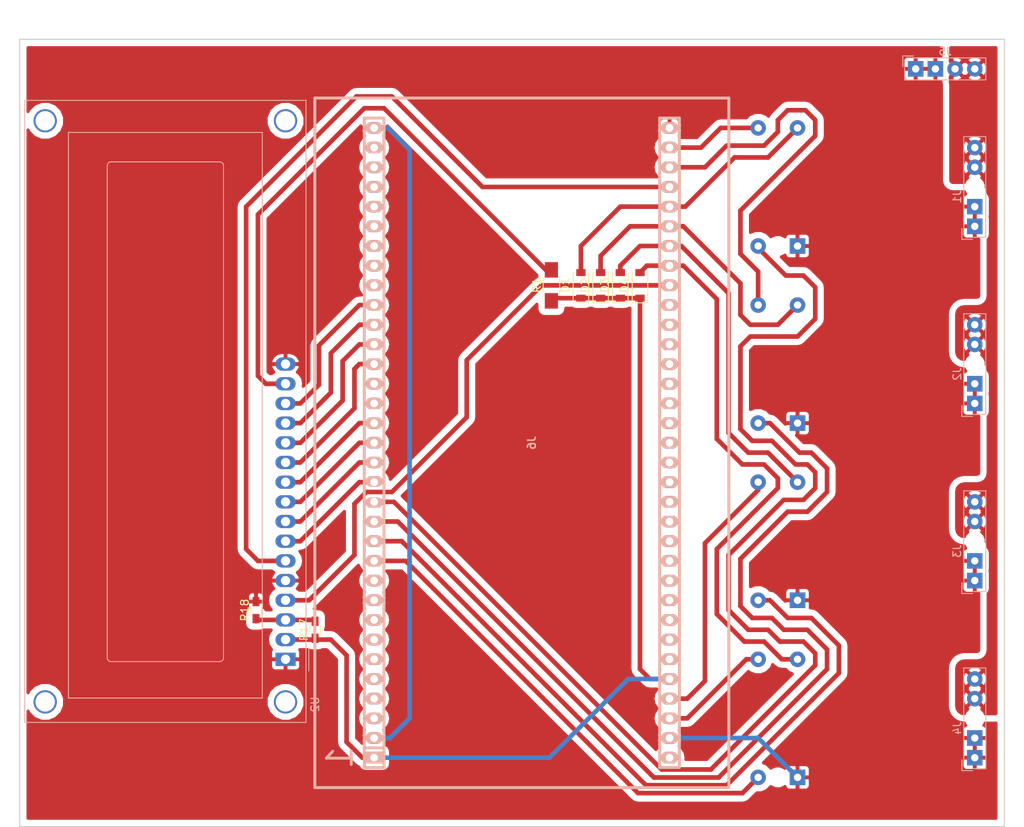
<source format=kicad_pcb>
(kicad_pcb (version 4) (host pcbnew 4.0.7)

  (general
    (links 68)
    (no_connects 0)
    (area -0.075001 2.464999 127.075001 104.215001)
    (thickness 1.6)
    (drawings 6)
    (tracks 218)
    (zones 0)
    (modules 14)
    (nets 65)
  )

  (page A4)
  (layers
    (0 F.Cu signal)
    (31 B.Cu signal)
    (32 B.Adhes user)
    (33 F.Adhes user)
    (34 B.Paste user)
    (35 F.Paste user)
    (36 B.SilkS user hide)
    (37 F.SilkS user)
    (38 B.Mask user)
    (39 F.Mask user)
    (40 Dwgs.User user)
    (41 Cmts.User user)
    (42 Eco1.User user)
    (43 Eco2.User user)
    (44 Edge.Cuts user)
    (45 Margin user)
    (46 B.CrtYd user)
    (47 F.CrtYd user)
    (48 B.Fab user)
    (49 F.Fab user hide)
  )

  (setup
    (last_trace_width 0.6)
    (trace_clearance 0.4)
    (zone_clearance 0.8)
    (zone_45_only no)
    (trace_min 0.4)
    (segment_width 0.2)
    (edge_width 0.15)
    (via_size 0.6)
    (via_drill 0.4)
    (via_min_size 0.4)
    (via_min_drill 0.3)
    (uvia_size 0.3)
    (uvia_drill 0.1)
    (uvias_allowed no)
    (uvia_min_size 0.2)
    (uvia_min_drill 0.1)
    (pcb_text_width 0.3)
    (pcb_text_size 1.5 1.5)
    (mod_edge_width 0.15)
    (mod_text_size 1 1)
    (mod_text_width 0.15)
    (pad_size 2 2)
    (pad_drill 0.95)
    (pad_to_mask_clearance 0.2)
    (aux_axis_origin 0 0)
    (visible_elements 7FFEFFFF)
    (pcbplotparams
      (layerselection 0x00000_00000001)
      (usegerberextensions false)
      (excludeedgelayer true)
      (linewidth 0.100000)
      (plotframeref false)
      (viasonmask false)
      (mode 1)
      (useauxorigin false)
      (hpglpennumber 1)
      (hpglpenspeed 20)
      (hpglpendiameter 15)
      (hpglpenoverlay 2)
      (psnegative false)
      (psa4output false)
      (plotreference true)
      (plotvalue true)
      (plotinvisibletext false)
      (padsonsilk false)
      (subtractmaskfromsilk false)
      (outputformat 1)
      (mirror false)
      (drillshape 0)
      (scaleselection 1)
      (outputdirectory ""))
  )

  (net 0 "")
  (net 1 +12V)
  (net 2 GND)
  (net 3 /FAN0_CTRL)
  (net 4 /FAN1_CTRL)
  (net 5 /FAN2_CTRL)
  (net 6 /FAN3_CTRL)
  (net 7 +3V3)
  (net 8 /FAN0_RPM)
  (net 9 /FAN1_RPM)
  (net 10 /FAN2_RPM)
  (net 11 /FAN3_RPM)
  (net 12 /LCD_E)
  (net 13 "Net-(J6-Pad45)")
  (net 14 "Net-(J6-Pad46)")
  (net 15 /JOY_LEFT)
  (net 16 /JOY_RIGHT)
  (net 17 "Net-(J6-Pad52)")
  (net 18 "Net-(J6-Pad53)")
  (net 19 "Net-(J6-Pad54)")
  (net 20 /JOY_MID)
  (net 21 /LCD_D3)
  (net 22 /LCD_D4)
  (net 23 /LCD_D5)
  (net 24 /LCD_D6)
  (net 25 /LCD_D7)
  (net 26 "Net-(J6-Pad61)")
  (net 27 /LCD_RS)
  (net 28 "Net-(J6-Pad66)")
  (net 29 "Net-(J6-Pad3)")
  (net 30 "Net-(J6-Pad4)")
  (net 31 "Net-(J6-Pad5)")
  (net 32 "Net-(J6-Pad6)")
  (net 33 "Net-(J6-Pad7)")
  (net 34 "Net-(J6-Pad8)")
  (net 35 "Net-(J6-Pad10)")
  (net 36 /FAN0_ADC)
  (net 37 /FAN1_ADC)
  (net 38 /FAN2_ADC)
  (net 39 /FAN3_ADC)
  (net 40 /JOY_UP)
  (net 41 /JOY_DOWN)
  (net 42 /LCD_D0)
  (net 43 /LCD_D1)
  (net 44 /LCD_D2)
  (net 45 "Net-(J6-Pad32)")
  (net 46 /LCD_VO)
  (net 47 /UART1_TX)
  (net 48 /UART1_RX)
  (net 49 /SWDIO)
  (net 50 /SWCLK)
  (net 51 /FAN4_CTRL)
  (net 52 /FAN5_CTRL)
  (net 53 "Net-(J6-Pad57)")
  (net 54 "Net-(J6-Pad58)")
  (net 55 "Net-(J6-Pad59)")
  (net 56 "Net-(J6-Pad60)")
  (net 57 /FAN4_ADC)
  (net 58 /FAN5_ADC)
  (net 59 /FAN6_ADC)
  (net 60 /FAN7_ADC)
  (net 61 "Net-(J6-Pad29)")
  (net 62 /FAN6_CTRL)
  (net 63 /FAN7_CTRL)
  (net 64 "Net-(R1-Pad2)")

  (net_class Default "This is the default net class."
    (clearance 0.4)
    (trace_width 0.6)
    (via_dia 0.6)
    (via_drill 0.4)
    (uvia_dia 0.3)
    (uvia_drill 0.1)
    (add_net +12V)
    (add_net +3V3)
    (add_net /FAN0_ADC)
    (add_net /FAN0_CTRL)
    (add_net /FAN0_RPM)
    (add_net /FAN1_ADC)
    (add_net /FAN1_CTRL)
    (add_net /FAN1_RPM)
    (add_net /FAN2_ADC)
    (add_net /FAN2_CTRL)
    (add_net /FAN2_RPM)
    (add_net /FAN3_ADC)
    (add_net /FAN3_CTRL)
    (add_net /FAN3_RPM)
    (add_net /FAN4_ADC)
    (add_net /FAN4_CTRL)
    (add_net /FAN5_ADC)
    (add_net /FAN5_CTRL)
    (add_net /FAN6_ADC)
    (add_net /FAN6_CTRL)
    (add_net /FAN7_ADC)
    (add_net /FAN7_CTRL)
    (add_net /JOY_DOWN)
    (add_net /JOY_LEFT)
    (add_net /JOY_MID)
    (add_net /JOY_RIGHT)
    (add_net /JOY_UP)
    (add_net /LCD_D0)
    (add_net /LCD_D1)
    (add_net /LCD_D2)
    (add_net /LCD_D3)
    (add_net /LCD_D4)
    (add_net /LCD_D5)
    (add_net /LCD_D6)
    (add_net /LCD_D7)
    (add_net /LCD_E)
    (add_net /LCD_RS)
    (add_net /LCD_VO)
    (add_net /SWCLK)
    (add_net /SWDIO)
    (add_net /UART1_RX)
    (add_net /UART1_TX)
    (add_net GND)
    (add_net "Net-(J6-Pad10)")
    (add_net "Net-(J6-Pad29)")
    (add_net "Net-(J6-Pad3)")
    (add_net "Net-(J6-Pad32)")
    (add_net "Net-(J6-Pad4)")
    (add_net "Net-(J6-Pad45)")
    (add_net "Net-(J6-Pad46)")
    (add_net "Net-(J6-Pad5)")
    (add_net "Net-(J6-Pad52)")
    (add_net "Net-(J6-Pad53)")
    (add_net "Net-(J6-Pad54)")
    (add_net "Net-(J6-Pad57)")
    (add_net "Net-(J6-Pad58)")
    (add_net "Net-(J6-Pad59)")
    (add_net "Net-(J6-Pad6)")
    (add_net "Net-(J6-Pad60)")
    (add_net "Net-(J6-Pad61)")
    (add_net "Net-(J6-Pad66)")
    (add_net "Net-(J6-Pad7)")
    (add_net "Net-(J6-Pad8)")
    (add_net "Net-(R1-Pad2)")
  )

  (module Displays:WC1602A (layer B.Cu) (tedit 5AAEFA6F) (tstamp 5AA8388A)
    (at 34.29 82.55 90)
    (descr "LCD 16x2 http://www.wincomlcd.com/pdf/WC1602A-SFYLYHTC06.pdf")
    (tags "LCD 16x2 Alphanumeric 16pin")
    (path /5AA4081C)
    (fp_text reference U2 (at -5.82 3.81 90) (layer B.SilkS)
      (effects (font (size 1 1) (thickness 0.15)) (justify mirror))
    )
    (fp_text value RC1602A (at -4.31 -34.66 90) (layer B.Fab)
      (effects (font (size 1 1) (thickness 0.15)) (justify mirror))
    )
    (fp_line (start -8.14 -33.64) (end 72.14 -33.64) (layer B.SilkS) (width 0.12))
    (fp_line (start 72.14 -33.64) (end 72.14 2.64) (layer B.SilkS) (width 0.12))
    (fp_line (start 72.14 2.64) (end -7.34 2.64) (layer B.SilkS) (width 0.12))
    (fp_line (start -8.14 2.64) (end -8.14 -33.64) (layer B.SilkS) (width 0.12))
    (fp_line (start -8.13 2.64) (end -7.34 2.64) (layer B.SilkS) (width 0.12))
    (fp_line (start -8.25 2.75) (end -8.25 -33.75) (layer B.CrtYd) (width 0.05))
    (fp_line (start -8.25 -33.75) (end 72.25 -33.75) (layer B.CrtYd) (width 0.05))
    (fp_line (start 72.25 2.75) (end 72.25 -33.75) (layer B.CrtYd) (width 0.05))
    (fp_line (start -1.5 3) (end 1.5 3) (layer B.SilkS) (width 0.12))
    (fp_line (start -8.25 2.75) (end 72.25 2.75) (layer B.CrtYd) (width 0.05))
    (fp_line (start 1 2.5) (end 0 1.5) (layer B.Fab) (width 0.1))
    (fp_line (start 0 1.5) (end -1 2.5) (layer B.Fab) (width 0.1))
    (fp_line (start -1 2.5) (end -8 2.5) (layer B.Fab) (width 0.1))
    (fp_text user %R (at 30.37 -14.74 90) (layer B.Fab)
      (effects (font (size 1 1) (thickness 0.1)) (justify mirror))
    )
    (fp_line (start 0.2 -8) (end 63.7 -8) (layer B.SilkS) (width 0.12))
    (fp_line (start -0.29972 -22.49932) (end -0.29972 -8.5) (layer B.SilkS) (width 0.12))
    (fp_line (start 63.70066 -23) (end 0.2 -23) (layer B.SilkS) (width 0.12))
    (fp_line (start 64.2 -8.5) (end 64.2 -22.5) (layer B.SilkS) (width 0.12))
    (fp_arc (start 63.7 -8.5) (end 63.7 -8) (angle -90) (layer B.SilkS) (width 0.12))
    (fp_arc (start 63.70066 -22.49932) (end 64.20104 -22.49932) (angle -90) (layer B.SilkS) (width 0.12))
    (fp_arc (start 0.20066 -22.49932) (end 0.20066 -22.9997) (angle -90) (layer B.SilkS) (width 0.12))
    (fp_arc (start 0.20066 -8.49884) (end -0.29972 -8.49884) (angle -90) (layer B.SilkS) (width 0.12))
    (fp_line (start -5 -3) (end 68 -3) (layer B.SilkS) (width 0.12))
    (fp_line (start 68 -3) (end 68 -28) (layer B.SilkS) (width 0.12))
    (fp_line (start 68 -28) (end -5 -28) (layer B.SilkS) (width 0.12))
    (fp_line (start -5 -28) (end -5 -3) (layer B.SilkS) (width 0.12))
    (fp_line (start 1 2.5) (end 72 2.5) (layer B.Fab) (width 0.1))
    (fp_line (start 72 2.5) (end 72 -33.5) (layer B.Fab) (width 0.1))
    (fp_line (start 72 -33.5) (end -8 -33.5) (layer B.Fab) (width 0.1))
    (fp_line (start -8 -33.5) (end -8 2.5) (layer B.Fab) (width 0.1))
    (pad 1 thru_hole rect (at 0 0 90) (size 1.7 2.6) (drill 1.2) (layers *.Cu *.Mask)
      (net 2 GND))
    (pad 2 thru_hole oval (at 2.54 0 90) (size 1.7 2.6) (drill 1.2) (layers *.Cu *.Mask)
      (net 7 +3V3))
    (pad 3 thru_hole oval (at 5.08 0 90) (size 1.7 2.6) (drill 1.2) (layers *.Cu *.Mask)
      (net 46 /LCD_VO))
    (pad 4 thru_hole oval (at 7.62 0 90) (size 1.7 2.6) (drill 1.2) (layers *.Cu *.Mask)
      (net 27 /LCD_RS))
    (pad 5 thru_hole oval (at 10.16 0 90) (size 1.7 2.6) (drill 1.2) (layers *.Cu *.Mask)
      (net 2 GND))
    (pad 6 thru_hole oval (at 12.7 0 90) (size 1.7 2.6) (drill 1.2) (layers *.Cu *.Mask)
      (net 12 /LCD_E))
    (pad 7 thru_hole oval (at 15.24 0 90) (size 1.7 2.6) (drill 1.2) (layers *.Cu *.Mask)
      (net 42 /LCD_D0))
    (pad 8 thru_hole oval (at 17.78 0 90) (size 1.7 2.6) (drill 1.2) (layers *.Cu *.Mask)
      (net 43 /LCD_D1))
    (pad 9 thru_hole oval (at 20.32 0 90) (size 1.7 2.6) (drill 1.2) (layers *.Cu *.Mask)
      (net 44 /LCD_D2))
    (pad 10 thru_hole oval (at 22.86 0 90) (size 1.7 2.6) (drill 1.2) (layers *.Cu *.Mask)
      (net 21 /LCD_D3))
    (pad 11 thru_hole oval (at 25.4 0 90) (size 1.7 2.6) (drill 1.2) (layers *.Cu *.Mask)
      (net 22 /LCD_D4))
    (pad 12 thru_hole oval (at 27.94 0 90) (size 1.7 2.6) (drill 1.2) (layers *.Cu *.Mask)
      (net 23 /LCD_D5))
    (pad 13 thru_hole oval (at 30.48 0 90) (size 1.7 2.6) (drill 1.2) (layers *.Cu *.Mask)
      (net 24 /LCD_D6))
    (pad 14 thru_hole oval (at 33.02 0 90) (size 1.7 2.6) (drill 1.2) (layers *.Cu *.Mask)
      (net 25 /LCD_D7))
    (pad 15 thru_hole oval (at 35.56 0 90) (size 1.7 2.6) (drill 1.2) (layers *.Cu *.Mask)
      (net 64 "Net-(R1-Pad2)"))
    (pad 16 thru_hole oval (at 38.1 0 90) (size 1.7 2.6) (drill 1.2) (layers *.Cu *.Mask)
      (net 2 GND))
    (pad "" thru_hole circle (at -5.4991 0 90) (size 3 3) (drill 2.5) (layers *.Cu *.Mask))
    (pad "" thru_hole circle (at -5.4991 -31.0007 90) (size 3 3) (drill 2.5) (layers *.Cu *.Mask))
    (pad "" thru_hole circle (at 69.49948 -31.0007 90) (size 3 3) (drill 2.5) (layers *.Cu *.Mask))
    (pad "" thru_hole circle (at 69.5 0 90) (size 3 3) (drill 2.5) (layers *.Cu *.Mask))
    (model ${KISYS3DMOD}/Displays.3dshapes/WC1602A.wrl
      (at (xyz 0 0 0))
      (scale (xyz 1 1 1))
      (rotate (xyz 0 0 0))
    )
  )

  (module w_conn_misc:stm32f0_discovery_header (layer B.Cu) (tedit 5AAEEA63) (tstamp 5AA83858)
    (at 64.77 54.61 270)
    (descr "STM32 F0 Discovery Header")
    (tags "STM32F0 Discovery")
    (path /5AA0B96C)
    (fp_text reference J6 (at 0 -1.27 270) (layer B.SilkS)
      (effects (font (size 1.016 1.016) (thickness 0.2032)) (justify mirror))
    )
    (fp_text value STM32F0_Discovery_Header (at 0 1.27 270) (layer B.SilkS) hide
      (effects (font (size 1.016 0.889) (thickness 0.2032)) (justify mirror))
    )
    (fp_line (start 40.7 22) (end 40.7 25.2) (layer B.SilkS) (width 0.381))
    (fp_line (start 40.7 25.2) (end 39.8 24.4) (layer B.SilkS) (width 0.381))
    (fp_line (start 39.8 22) (end 41.5 22) (layer B.SilkS) (width 0.381))
    (fp_line (start 39.37 20.32) (end 39.37 17.78) (layer B.SilkS) (width 0.381))
    (fp_line (start -41.91 -17.78) (end 41.91 -17.78) (layer B.SilkS) (width 0.381))
    (fp_line (start 41.91 -17.78) (end 41.91 -20.32) (layer B.SilkS) (width 0.381))
    (fp_line (start -41.91 -20.32) (end 41.91 -20.32) (layer B.SilkS) (width 0.381))
    (fp_line (start -41.91 -17.78) (end -41.91 -20.32) (layer B.SilkS) (width 0.381))
    (fp_line (start 44.5 26.7) (end -44.5 26.7) (layer B.SilkS) (width 0.381))
    (fp_line (start -44.5 -26.7) (end 44.5 -26.7) (layer B.SilkS) (width 0.381))
    (fp_line (start 44.5 -26.7) (end 44.5 26.7) (layer B.SilkS) (width 0.381))
    (fp_line (start -44.5 -26.7) (end -44.5 26.7) (layer B.SilkS) (width 0.381))
    (fp_line (start -41.91 20.32) (end -41.91 17.78) (layer B.SilkS) (width 0.381))
    (fp_line (start -41.91 17.78) (end 41.91 17.78) (layer B.SilkS) (width 0.381))
    (fp_line (start 41.91 20.32) (end 41.91 17.78) (layer B.SilkS) (width 0.381))
    (fp_line (start -41.91 20.32) (end 41.91 20.32) (layer B.SilkS) (width 0.381))
    (pad 34 thru_hole oval (at -40.64 -19.05 270) (size 1.5 2.2) (drill 0.99822) (layers *.Cu *.Mask B.SilkS)
      (net 2 GND))
    (pad 35 thru_hole oval (at -38.1 -19.05 270) (size 1.5 2.2) (drill 0.99822) (layers *.Cu *.Mask B.SilkS)
      (net 8 /FAN0_RPM))
    (pad 36 thru_hole oval (at -35.56 -19.05 270) (size 1.5 2.2) (drill 0.99822) (layers *.Cu *.Mask B.SilkS)
      (net 9 /FAN1_RPM))
    (pad 37 thru_hole oval (at -33.02 -19.05 270) (size 1.5 2.2) (drill 0.99822) (layers *.Cu *.Mask B.SilkS)
      (net 12 /LCD_E))
    (pad 38 thru_hole oval (at -30.48 -19.05 270) (size 1.5 2.2) (drill 0.99822) (layers *.Cu *.Mask B.SilkS)
      (net 3 /FAN0_CTRL))
    (pad 39 thru_hole oval (at -27.94 -19.05 270) (size 1.5 2.2) (drill 0.99822) (layers *.Cu *.Mask B.SilkS)
      (net 4 /FAN1_CTRL))
    (pad 40 thru_hole oval (at -25.4 -19.05 270) (size 1.5 2.2) (drill 0.99822) (layers *.Cu *.Mask B.SilkS)
      (net 5 /FAN2_CTRL))
    (pad 41 thru_hole oval (at -22.86 -19.05 270) (size 1.5 2.2) (drill 0.99822) (layers *.Cu *.Mask B.SilkS)
      (net 6 /FAN3_CTRL))
    (pad 42 thru_hole oval (at -20.32 -19.05 270) (size 1.5 2.2) (drill 0.99822) (layers *.Cu *.Mask B.SilkS)
      (net 27 /LCD_RS))
    (pad 43 thru_hole oval (at -17.78 -19.05 270) (size 1.5 2.2) (drill 0.99822) (layers *.Cu *.Mask B.SilkS)
      (net 47 /UART1_TX))
    (pad 44 thru_hole oval (at -15.24 -19.05 270) (size 1.5 2.2) (drill 0.99822) (layers *.Cu *.Mask B.SilkS)
      (net 48 /UART1_RX))
    (pad 45 thru_hole oval (at -12.7 -19.05 270) (size 1.5 2.2) (drill 0.99822) (layers *.Cu *.Mask B.SilkS)
      (net 13 "Net-(J6-Pad45)"))
    (pad 46 thru_hole oval (at -10.16 -19.05 270) (size 1.5 2.2) (drill 0.99822) (layers *.Cu *.Mask B.SilkS)
      (net 14 "Net-(J6-Pad46)"))
    (pad 47 thru_hole oval (at -7.62 -19.05 270) (size 1.5 2.2) (drill 0.99822) (layers *.Cu *.Mask B.SilkS)
      (net 49 /SWDIO))
    (pad 48 thru_hole oval (at -5.08 -19.05 270) (size 1.5 2.2) (drill 0.99822) (layers *.Cu *.Mask B.SilkS)
      (net 15 /JOY_LEFT))
    (pad 49 thru_hole oval (at -2.54 -19.05 270) (size 1.5 2.2) (drill 0.99822) (layers *.Cu *.Mask B.SilkS)
      (net 16 /JOY_RIGHT))
    (pad 50 thru_hole oval (at 0 -19.05 270) (size 1.5 2.2) (drill 0.99822) (layers *.Cu *.Mask B.SilkS)
      (net 50 /SWCLK))
    (pad 51 thru_hole oval (at 2.54 -19.05 270) (size 1.5 2.2) (drill 0.99822) (layers *.Cu *.Mask B.SilkS)
      (net 51 /FAN4_CTRL))
    (pad 52 thru_hole oval (at 5.08 -19.05 270) (size 1.5 2.2) (drill 0.99822) (layers *.Cu *.Mask B.SilkS)
      (net 17 "Net-(J6-Pad52)"))
    (pad 53 thru_hole oval (at 7.62 -19.05 270) (size 1.5 2.2) (drill 0.99822) (layers *.Cu *.Mask B.SilkS)
      (net 18 "Net-(J6-Pad53)"))
    (pad 54 thru_hole oval (at 10.16 -19.05 270) (size 1.5 2.2) (drill 0.99822) (layers *.Cu *.Mask B.SilkS)
      (net 19 "Net-(J6-Pad54)"))
    (pad 55 thru_hole oval (at 12.7 -19.05 270) (size 1.5 2.2) (drill 0.99822) (layers *.Cu *.Mask B.SilkS)
      (net 20 /JOY_MID))
    (pad 56 thru_hole oval (at 15.24 -19.05 270) (size 1.5 2.2) (drill 0.99822) (layers *.Cu *.Mask B.SilkS)
      (net 52 /FAN5_CTRL))
    (pad 57 thru_hole oval (at 17.78 -19.05 270) (size 1.5 2.2) (drill 0.99822) (layers *.Cu *.Mask B.SilkS)
      (net 53 "Net-(J6-Pad57)"))
    (pad 58 thru_hole oval (at 20.32 -19.05 270) (size 1.5 2.2) (drill 0.99822) (layers *.Cu *.Mask B.SilkS)
      (net 54 "Net-(J6-Pad58)"))
    (pad 59 thru_hole oval (at 22.86 -19.05 270) (size 1.5 2.2) (drill 0.99822) (layers *.Cu *.Mask B.SilkS)
      (net 55 "Net-(J6-Pad59)"))
    (pad 60 thru_hole oval (at 25.4 -19.05 270) (size 1.5 2.2) (drill 0.99822) (layers *.Cu *.Mask B.SilkS)
      (net 56 "Net-(J6-Pad60)"))
    (pad 61 thru_hole oval (at 27.94 -19.05 270) (size 1.5 2.2) (drill 0.99822) (layers *.Cu *.Mask B.SilkS)
      (net 26 "Net-(J6-Pad61)"))
    (pad 62 thru_hole oval (at 30.48 -19.05 270) (size 1.5 2.2) (drill 0.99822) (layers *.Cu *.Mask B.SilkS)
      (net 7 +3V3))
    (pad 63 thru_hole oval (at 33.02 -19.05 270) (size 1.5 2.2) (drill 0.99822) (layers *.Cu *.Mask B.SilkS)
      (net 10 /FAN2_RPM))
    (pad 64 thru_hole oval (at 35.56 -19.05 270) (size 1.5 2.2) (drill 0.99822) (layers *.Cu *.Mask B.SilkS)
      (net 11 /FAN3_RPM))
    (pad 65 thru_hole oval (at 38.1 -19.05 270) (size 1.5 2.2) (drill 0.99822) (layers *.Cu *.Mask B.SilkS)
      (net 2 GND))
    (pad 66 thru_hole oval (at 40.64 -19.05 270) (size 1.5 2.2) (drill 1.00076) (layers *.Cu *.Mask B.SilkS)
      (net 28 "Net-(J6-Pad66)"))
    (pad 1 thru_hole rect (at 40.64 19.05 270) (size 1.5 2.2) (drill 1.00076) (layers *.Cu *.Mask B.SilkS)
      (net 7 +3V3))
    (pad 2 thru_hole oval (at 38.1 19.05 270) (size 1.5 2.2) (drill 0.99822) (layers *.Cu *.Mask B.SilkS)
      (net 2 GND))
    (pad 3 thru_hole oval (at 35.56 19.05 270) (size 1.5 2.2) (drill 0.99822) (layers *.Cu *.Mask B.SilkS)
      (net 29 "Net-(J6-Pad3)"))
    (pad 4 thru_hole oval (at 33.02 19.05 270) (size 1.5 2.2) (drill 0.99822) (layers *.Cu *.Mask B.SilkS)
      (net 30 "Net-(J6-Pad4)"))
    (pad 5 thru_hole oval (at 30.48 19.05 270) (size 1.5 2.2) (drill 0.99822) (layers *.Cu *.Mask B.SilkS)
      (net 31 "Net-(J6-Pad5)"))
    (pad 6 thru_hole oval (at 27.94 19.05 270) (size 1.5 2.2) (drill 0.99822) (layers *.Cu *.Mask B.SilkS)
      (net 32 "Net-(J6-Pad6)"))
    (pad 7 thru_hole oval (at 25.4 19.05 270) (size 1.5 2.2) (drill 0.99822) (layers *.Cu *.Mask B.SilkS)
      (net 33 "Net-(J6-Pad7)"))
    (pad 8 thru_hole oval (at 22.86 19.05 270) (size 1.5 2.2) (drill 0.99822) (layers *.Cu *.Mask B.SilkS)
      (net 34 "Net-(J6-Pad8)"))
    (pad 9 thru_hole oval (at 20.32 19.05 270) (size 1.5 2.2) (drill 0.99822) (layers *.Cu *.Mask B.SilkS)
      (net 2 GND))
    (pad 10 thru_hole oval (at 17.78 19.05 270) (size 1.5 2.2) (drill 0.99822) (layers *.Cu *.Mask B.SilkS)
      (net 35 "Net-(J6-Pad10)"))
    (pad 11 thru_hole oval (at 15.24 19.05 270) (size 1.5 2.2) (drill 0.99822) (layers *.Cu *.Mask B.SilkS)
      (net 39 /FAN3_ADC))
    (pad 12 thru_hole oval (at 12.7 19.05 270) (size 1.5 2.2) (drill 0.99822) (layers *.Cu *.Mask B.SilkS)
      (net 38 /FAN2_ADC))
    (pad 13 thru_hole oval (at 10.16 19.05 270) (size 1.5 2.2) (drill 0.99822) (layers *.Cu *.Mask B.SilkS)
      (net 37 /FAN1_ADC))
    (pad 14 thru_hole oval (at 7.62 19.05 270) (size 1.3 2.2) (drill 0.99822 (offset 0.1 0)) (layers *.Cu *.Mask B.SilkS)
      (net 36 /FAN0_ADC))
    (pad 15 thru_hole oval (at 5.08 19.05 270) (size 1.3 2.2) (drill 0.99822 (offset -0.1 0)) (layers *.Cu *.Mask B.SilkS)
      (net 42 /LCD_D0))
    (pad 16 thru_hole oval (at 2.54 19.05 270) (size 1.5 2.2) (drill 0.99822) (layers *.Cu *.Mask B.SilkS)
      (net 43 /LCD_D1))
    (pad 17 thru_hole oval (at 0 19.05 270) (size 1.5 2.2) (drill 0.99822) (layers *.Cu *.Mask B.SilkS)
      (net 44 /LCD_D2))
    (pad 18 thru_hole oval (at -2.54 19.05 270) (size 1.5 2.2) (drill 0.99822) (layers *.Cu *.Mask B.SilkS)
      (net 21 /LCD_D3))
    (pad 19 thru_hole oval (at -5.08 19.05 270) (size 1.5 2.2) (drill 0.99822) (layers *.Cu *.Mask B.SilkS)
      (net 40 /JOY_UP))
    (pad 20 thru_hole oval (at -7.62 19.05 270) (size 1.5 2.2) (drill 0.99822) (layers *.Cu *.Mask B.SilkS)
      (net 41 /JOY_DOWN))
    (pad 21 thru_hole oval (at -10.16 19.05 270) (size 1.5 2.2) (drill 0.99822) (layers *.Cu *.Mask B.SilkS)
      (net 22 /LCD_D4))
    (pad 22 thru_hole oval (at -12.7 19.05 270) (size 1.5 2.2) (drill 0.99822) (layers *.Cu *.Mask B.SilkS)
      (net 23 /LCD_D5))
    (pad 23 thru_hole oval (at -15.24 19.05 270) (size 1.5 2.2) (drill 0.99822) (layers *.Cu *.Mask B.SilkS)
      (net 24 /LCD_D6))
    (pad 24 thru_hole oval (at -17.78 19.05 270) (size 1.5 2.2) (drill 0.99822) (layers *.Cu *.Mask B.SilkS)
      (net 25 /LCD_D7))
    (pad 25 thru_hole oval (at -20.32 19.05 270) (size 1.5 2.2) (drill 0.99822) (layers *.Cu *.Mask B.SilkS)
      (net 57 /FAN4_ADC))
    (pad 26 thru_hole oval (at -22.86 19.05 270) (size 1.5 2.2) (drill 0.99822) (layers *.Cu *.Mask B.SilkS)
      (net 58 /FAN5_ADC))
    (pad 27 thru_hole oval (at -25.4 19.05 270) (size 1.5 2.2) (drill 0.99822) (layers *.Cu *.Mask B.SilkS)
      (net 59 /FAN6_ADC))
    (pad 28 thru_hole oval (at -27.94 19.05 270) (size 1.5 2.2) (drill 0.99822) (layers *.Cu *.Mask B.SilkS)
      (net 60 /FAN7_ADC))
    (pad 29 thru_hole oval (at -30.48 19.05 270) (size 1.5 2.2) (drill 0.99822) (layers *.Cu *.Mask B.SilkS)
      (net 61 "Net-(J6-Pad29)"))
    (pad 30 thru_hole oval (at -33.02 19.05 270) (size 1.5 2.2) (drill 0.99822) (layers *.Cu *.Mask B.SilkS)
      (net 62 /FAN6_CTRL))
    (pad 31 thru_hole oval (at -35.56 19.05 270) (size 1.5 2.2) (drill 0.99822) (layers *.Cu *.Mask B.SilkS)
      (net 63 /FAN7_CTRL))
    (pad 32 thru_hole oval (at -38.1 19.05 270) (size 1.5 2.2) (drill 0.99822) (layers *.Cu *.Mask B.SilkS)
      (net 45 "Net-(J6-Pad32)"))
    (pad 33 thru_hole oval (at -40.64 19.05 270) (size 1.5 2.2) (drill 0.99822) (layers *.Cu *.Mask B.SilkS)
      (net 2 GND))
    (model walter/conn_misc/stm32f0_discovery_header.wrl
      (at (xyz 0 0 0))
      (scale (xyz 1 1 1))
      (rotate (xyz 0 0 0))
    )
  )

  (module Resistors_SMD:R_0603_HandSoldering (layer F.Cu) (tedit 58E0A804) (tstamp 5AA83872)
    (at 30.48 76.2 90)
    (descr "Resistor SMD 0603, hand soldering")
    (tags "resistor 0603")
    (path /5AA43282)
    (attr smd)
    (fp_text reference R18 (at 0 -1.45 90) (layer F.SilkS)
      (effects (font (size 1 1) (thickness 0.15)))
    )
    (fp_text value 10k (at 0 1.55 90) (layer F.Fab)
      (effects (font (size 1 1) (thickness 0.15)))
    )
    (fp_text user %R (at 0 0 90) (layer F.Fab)
      (effects (font (size 0.4 0.4) (thickness 0.075)))
    )
    (fp_line (start -0.8 0.4) (end -0.8 -0.4) (layer F.Fab) (width 0.1))
    (fp_line (start 0.8 0.4) (end -0.8 0.4) (layer F.Fab) (width 0.1))
    (fp_line (start 0.8 -0.4) (end 0.8 0.4) (layer F.Fab) (width 0.1))
    (fp_line (start -0.8 -0.4) (end 0.8 -0.4) (layer F.Fab) (width 0.1))
    (fp_line (start 0.5 0.68) (end -0.5 0.68) (layer F.SilkS) (width 0.12))
    (fp_line (start -0.5 -0.68) (end 0.5 -0.68) (layer F.SilkS) (width 0.12))
    (fp_line (start -1.96 -0.7) (end 1.95 -0.7) (layer F.CrtYd) (width 0.05))
    (fp_line (start -1.96 -0.7) (end -1.96 0.7) (layer F.CrtYd) (width 0.05))
    (fp_line (start 1.95 0.7) (end 1.95 -0.7) (layer F.CrtYd) (width 0.05))
    (fp_line (start 1.95 0.7) (end -1.96 0.7) (layer F.CrtYd) (width 0.05))
    (pad 1 smd rect (at -1.1 0 90) (size 1.2 0.9) (layers F.Cu F.Paste F.Mask)
      (net 46 /LCD_VO))
    (pad 2 smd rect (at 1.1 0 90) (size 1.2 0.9) (layers F.Cu F.Paste F.Mask)
      (net 2 GND))
    (model ${KISYS3DMOD}/Resistors_SMD.3dshapes/R_0603.wrl
      (at (xyz 0 0 0))
      (scale (xyz 1 1 1))
      (rotate (xyz 0 0 0))
    )
  )

  (module Connectors_Samtec:SL-104-X-XX_1x04 (layer B.Cu) (tedit 5AAEEC57) (tstamp 5AA83812)
    (at 115.57 6.35 270)
    (descr "Low profile, screw machine socket strip, through hole, 100mil / 2.54mm pitch")
    (tags "samtec socket strip tht single")
    (path /5AA67A86)
    (fp_text reference J5 (at -2.27 -3.81 540) (layer B.SilkS)
      (effects (font (size 1 1) (thickness 0.15)) (justify mirror))
    )
    (fp_text value Conn_01x04 (at 2.27 -3.81 540) (layer B.Fab)
      (effects (font (size 1 1) (thickness 0.15)) (justify mirror))
    )
    (fp_line (start -0.17 1.42) (end 1.42 1.42) (layer B.SilkS) (width 0.12))
    (fp_line (start 1.42 1.42) (end 1.42 -9.04) (layer B.SilkS) (width 0.12))
    (fp_line (start 1.42 -9.04) (end -1.42 -9.04) (layer B.SilkS) (width 0.12))
    (fp_line (start -1.42 -9.04) (end -1.42 0.17) (layer B.SilkS) (width 0.12))
    (fp_line (start -0.27 1.67) (end -1.67 1.67) (layer B.SilkS) (width 0.12))
    (fp_line (start -1.67 1.67) (end -1.67 0.27) (layer B.SilkS) (width 0.12))
    (fp_line (start -0.27 1.67) (end -1.67 1.67) (layer B.Fab) (width 0.1))
    (fp_line (start -1.67 1.67) (end -1.67 0.27) (layer B.Fab) (width 0.1))
    (fp_line (start -1.27 1.27) (end -1.27 -8.89) (layer B.Fab) (width 0.1))
    (fp_line (start -1.27 -8.89) (end 1.27 -8.89) (layer B.Fab) (width 0.1))
    (fp_line (start 1.27 -8.89) (end 1.27 1.27) (layer B.Fab) (width 0.1))
    (fp_line (start 1.27 1.27) (end -1.27 1.27) (layer B.Fab) (width 0.1))
    (fp_line (start -1.77 1.77) (end -1.77 -9.39) (layer B.CrtYd) (width 0.05))
    (fp_line (start -1.77 -9.39) (end 1.77 -9.39) (layer B.CrtYd) (width 0.05))
    (fp_line (start 1.77 -9.39) (end 1.77 1.77) (layer B.CrtYd) (width 0.05))
    (fp_line (start 1.77 1.77) (end -1.77 1.77) (layer B.CrtYd) (width 0.05))
    (fp_line (start -1.27 -1.27) (end -1.07 -1.27) (layer B.Fab) (width 0.1))
    (fp_line (start 1.27 -1.27) (end 1.07 -1.27) (layer B.Fab) (width 0.1))
    (fp_line (start -1.27 -3.81) (end -1.07 -3.81) (layer B.Fab) (width 0.1))
    (fp_line (start 1.27 -3.81) (end 1.07 -3.81) (layer B.Fab) (width 0.1))
    (fp_line (start -1.27 -6.35) (end -1.07 -6.35) (layer B.Fab) (width 0.1))
    (fp_line (start 1.27 -6.35) (end 1.07 -6.35) (layer B.Fab) (width 0.1))
    (fp_line (start -1.27 -8.89) (end -1.07 -8.89) (layer B.Fab) (width 0.1))
    (fp_line (start 1.27 -8.89) (end 1.07 -8.89) (layer B.Fab) (width 0.1))
    (fp_text user %R (at 0 -3.81 540) (layer B.Fab)
      (effects (font (size 1 1) (thickness 0.15)) (justify mirror))
    )
    (pad 1 thru_hole rect (at 0 0 270) (size 2 2) (drill 0.95) (layers *.Cu *.Mask)
      (net 2 GND))
    (pad 2 thru_hole rect (at 0 -2.54 270) (size 2 2) (drill 0.95) (layers *.Cu *.Mask)
      (net 2 GND))
    (pad 3 thru_hole circle (at 0 -5.08 270) (size 2 2) (drill 0.95) (layers *.Cu *.Mask)
      (net 1 +12V))
    (pad 4 thru_hole circle (at 0 -7.62 270) (size 2 2) (drill 0.95) (layers *.Cu *.Mask)
      (net 1 +12V))
    (model ${KISYS3DMOD}/Connectors_Samtec.3dshapes/SL-104-X-XX_1x04.wrl
      (at (xyz 0 0 0))
      (scale (xyz 1 1 1))
      (rotate (xyz 0 0 0))
    )
  )

  (module Diodes_SMD:D_SOD-123 (layer F.Cu) (tedit 58645DC7) (tstamp 5AAEDAF8)
    (at 72.39 34.29 90)
    (descr SOD-123)
    (tags SOD-123)
    (path /5AA8228A)
    (attr smd)
    (fp_text reference D1 (at 0 -2 90) (layer F.SilkS)
      (effects (font (size 1 1) (thickness 0.15)))
    )
    (fp_text value D_Schottky (at 0 2.1 90) (layer F.Fab)
      (effects (font (size 1 1) (thickness 0.15)))
    )
    (fp_text user %R (at 0 -2 90) (layer F.Fab)
      (effects (font (size 1 1) (thickness 0.15)))
    )
    (fp_line (start -2.25 -1) (end -2.25 1) (layer F.SilkS) (width 0.12))
    (fp_line (start 0.25 0) (end 0.75 0) (layer F.Fab) (width 0.1))
    (fp_line (start 0.25 0.4) (end -0.35 0) (layer F.Fab) (width 0.1))
    (fp_line (start 0.25 -0.4) (end 0.25 0.4) (layer F.Fab) (width 0.1))
    (fp_line (start -0.35 0) (end 0.25 -0.4) (layer F.Fab) (width 0.1))
    (fp_line (start -0.35 0) (end -0.35 0.55) (layer F.Fab) (width 0.1))
    (fp_line (start -0.35 0) (end -0.35 -0.55) (layer F.Fab) (width 0.1))
    (fp_line (start -0.75 0) (end -0.35 0) (layer F.Fab) (width 0.1))
    (fp_line (start -1.4 0.9) (end -1.4 -0.9) (layer F.Fab) (width 0.1))
    (fp_line (start 1.4 0.9) (end -1.4 0.9) (layer F.Fab) (width 0.1))
    (fp_line (start 1.4 -0.9) (end 1.4 0.9) (layer F.Fab) (width 0.1))
    (fp_line (start -1.4 -0.9) (end 1.4 -0.9) (layer F.Fab) (width 0.1))
    (fp_line (start -2.35 -1.15) (end 2.35 -1.15) (layer F.CrtYd) (width 0.05))
    (fp_line (start 2.35 -1.15) (end 2.35 1.15) (layer F.CrtYd) (width 0.05))
    (fp_line (start 2.35 1.15) (end -2.35 1.15) (layer F.CrtYd) (width 0.05))
    (fp_line (start -2.35 -1.15) (end -2.35 1.15) (layer F.CrtYd) (width 0.05))
    (fp_line (start -2.25 1) (end 1.65 1) (layer F.SilkS) (width 0.12))
    (fp_line (start -2.25 -1) (end 1.65 -1) (layer F.SilkS) (width 0.12))
    (pad 1 smd rect (at -1.65 0 90) (size 0.9 1.2) (layers F.Cu F.Paste F.Mask)
      (net 7 +3V3))
    (pad 2 smd rect (at 1.65 0 90) (size 0.9 1.2) (layers F.Cu F.Paste F.Mask)
      (net 3 /FAN0_CTRL))
    (model ${KISYS3DMOD}/Diodes_SMD.3dshapes/D_SOD-123.wrl
      (at (xyz 0 0 0))
      (scale (xyz 1 1 1))
      (rotate (xyz 0 0 0))
    )
  )

  (module Diodes_SMD:D_SOD-123 (layer F.Cu) (tedit 58645DC7) (tstamp 5AAEDB11)
    (at 74.93 34.29 90)
    (descr SOD-123)
    (tags SOD-123)
    (path /5AA8221D)
    (attr smd)
    (fp_text reference D2 (at 0 -2 90) (layer F.SilkS)
      (effects (font (size 1 1) (thickness 0.15)))
    )
    (fp_text value D_Schottky (at 0 2.1 90) (layer F.Fab)
      (effects (font (size 1 1) (thickness 0.15)))
    )
    (fp_text user %R (at 0 -2 90) (layer F.Fab)
      (effects (font (size 1 1) (thickness 0.15)))
    )
    (fp_line (start -2.25 -1) (end -2.25 1) (layer F.SilkS) (width 0.12))
    (fp_line (start 0.25 0) (end 0.75 0) (layer F.Fab) (width 0.1))
    (fp_line (start 0.25 0.4) (end -0.35 0) (layer F.Fab) (width 0.1))
    (fp_line (start 0.25 -0.4) (end 0.25 0.4) (layer F.Fab) (width 0.1))
    (fp_line (start -0.35 0) (end 0.25 -0.4) (layer F.Fab) (width 0.1))
    (fp_line (start -0.35 0) (end -0.35 0.55) (layer F.Fab) (width 0.1))
    (fp_line (start -0.35 0) (end -0.35 -0.55) (layer F.Fab) (width 0.1))
    (fp_line (start -0.75 0) (end -0.35 0) (layer F.Fab) (width 0.1))
    (fp_line (start -1.4 0.9) (end -1.4 -0.9) (layer F.Fab) (width 0.1))
    (fp_line (start 1.4 0.9) (end -1.4 0.9) (layer F.Fab) (width 0.1))
    (fp_line (start 1.4 -0.9) (end 1.4 0.9) (layer F.Fab) (width 0.1))
    (fp_line (start -1.4 -0.9) (end 1.4 -0.9) (layer F.Fab) (width 0.1))
    (fp_line (start -2.35 -1.15) (end 2.35 -1.15) (layer F.CrtYd) (width 0.05))
    (fp_line (start 2.35 -1.15) (end 2.35 1.15) (layer F.CrtYd) (width 0.05))
    (fp_line (start 2.35 1.15) (end -2.35 1.15) (layer F.CrtYd) (width 0.05))
    (fp_line (start -2.35 -1.15) (end -2.35 1.15) (layer F.CrtYd) (width 0.05))
    (fp_line (start -2.25 1) (end 1.65 1) (layer F.SilkS) (width 0.12))
    (fp_line (start -2.25 -1) (end 1.65 -1) (layer F.SilkS) (width 0.12))
    (pad 1 smd rect (at -1.65 0 90) (size 0.9 1.2) (layers F.Cu F.Paste F.Mask)
      (net 7 +3V3))
    (pad 2 smd rect (at 1.65 0 90) (size 0.9 1.2) (layers F.Cu F.Paste F.Mask)
      (net 4 /FAN1_CTRL))
    (model ${KISYS3DMOD}/Diodes_SMD.3dshapes/D_SOD-123.wrl
      (at (xyz 0 0 0))
      (scale (xyz 1 1 1))
      (rotate (xyz 0 0 0))
    )
  )

  (module Diodes_SMD:D_SOD-123 (layer F.Cu) (tedit 58645DC7) (tstamp 5AAEDB2A)
    (at 77.47 34.29 90)
    (descr SOD-123)
    (tags SOD-123)
    (path /5AA81FA2)
    (attr smd)
    (fp_text reference D3 (at 0 -2 90) (layer F.SilkS)
      (effects (font (size 1 1) (thickness 0.15)))
    )
    (fp_text value D_Schottky (at 0 2.1 90) (layer F.Fab)
      (effects (font (size 1 1) (thickness 0.15)))
    )
    (fp_text user %R (at 0 -2 90) (layer F.Fab)
      (effects (font (size 1 1) (thickness 0.15)))
    )
    (fp_line (start -2.25 -1) (end -2.25 1) (layer F.SilkS) (width 0.12))
    (fp_line (start 0.25 0) (end 0.75 0) (layer F.Fab) (width 0.1))
    (fp_line (start 0.25 0.4) (end -0.35 0) (layer F.Fab) (width 0.1))
    (fp_line (start 0.25 -0.4) (end 0.25 0.4) (layer F.Fab) (width 0.1))
    (fp_line (start -0.35 0) (end 0.25 -0.4) (layer F.Fab) (width 0.1))
    (fp_line (start -0.35 0) (end -0.35 0.55) (layer F.Fab) (width 0.1))
    (fp_line (start -0.35 0) (end -0.35 -0.55) (layer F.Fab) (width 0.1))
    (fp_line (start -0.75 0) (end -0.35 0) (layer F.Fab) (width 0.1))
    (fp_line (start -1.4 0.9) (end -1.4 -0.9) (layer F.Fab) (width 0.1))
    (fp_line (start 1.4 0.9) (end -1.4 0.9) (layer F.Fab) (width 0.1))
    (fp_line (start 1.4 -0.9) (end 1.4 0.9) (layer F.Fab) (width 0.1))
    (fp_line (start -1.4 -0.9) (end 1.4 -0.9) (layer F.Fab) (width 0.1))
    (fp_line (start -2.35 -1.15) (end 2.35 -1.15) (layer F.CrtYd) (width 0.05))
    (fp_line (start 2.35 -1.15) (end 2.35 1.15) (layer F.CrtYd) (width 0.05))
    (fp_line (start 2.35 1.15) (end -2.35 1.15) (layer F.CrtYd) (width 0.05))
    (fp_line (start -2.35 -1.15) (end -2.35 1.15) (layer F.CrtYd) (width 0.05))
    (fp_line (start -2.25 1) (end 1.65 1) (layer F.SilkS) (width 0.12))
    (fp_line (start -2.25 -1) (end 1.65 -1) (layer F.SilkS) (width 0.12))
    (pad 1 smd rect (at -1.65 0 90) (size 0.9 1.2) (layers F.Cu F.Paste F.Mask)
      (net 7 +3V3))
    (pad 2 smd rect (at 1.65 0 90) (size 0.9 1.2) (layers F.Cu F.Paste F.Mask)
      (net 5 /FAN2_CTRL))
    (model ${KISYS3DMOD}/Diodes_SMD.3dshapes/D_SOD-123.wrl
      (at (xyz 0 0 0))
      (scale (xyz 1 1 1))
      (rotate (xyz 0 0 0))
    )
  )

  (module Diodes_SMD:D_SOD-123 (layer F.Cu) (tedit 58645DC7) (tstamp 5AAEDB43)
    (at 80.01 34.29 90)
    (descr SOD-123)
    (tags SOD-123)
    (path /5AA82253)
    (attr smd)
    (fp_text reference D4 (at 0 -2 90) (layer F.SilkS)
      (effects (font (size 1 1) (thickness 0.15)))
    )
    (fp_text value D_Schottky (at 0 2.1 90) (layer F.Fab)
      (effects (font (size 1 1) (thickness 0.15)))
    )
    (fp_text user %R (at 0 -2 90) (layer F.Fab)
      (effects (font (size 1 1) (thickness 0.15)))
    )
    (fp_line (start -2.25 -1) (end -2.25 1) (layer F.SilkS) (width 0.12))
    (fp_line (start 0.25 0) (end 0.75 0) (layer F.Fab) (width 0.1))
    (fp_line (start 0.25 0.4) (end -0.35 0) (layer F.Fab) (width 0.1))
    (fp_line (start 0.25 -0.4) (end 0.25 0.4) (layer F.Fab) (width 0.1))
    (fp_line (start -0.35 0) (end 0.25 -0.4) (layer F.Fab) (width 0.1))
    (fp_line (start -0.35 0) (end -0.35 0.55) (layer F.Fab) (width 0.1))
    (fp_line (start -0.35 0) (end -0.35 -0.55) (layer F.Fab) (width 0.1))
    (fp_line (start -0.75 0) (end -0.35 0) (layer F.Fab) (width 0.1))
    (fp_line (start -1.4 0.9) (end -1.4 -0.9) (layer F.Fab) (width 0.1))
    (fp_line (start 1.4 0.9) (end -1.4 0.9) (layer F.Fab) (width 0.1))
    (fp_line (start 1.4 -0.9) (end 1.4 0.9) (layer F.Fab) (width 0.1))
    (fp_line (start -1.4 -0.9) (end 1.4 -0.9) (layer F.Fab) (width 0.1))
    (fp_line (start -2.35 -1.15) (end 2.35 -1.15) (layer F.CrtYd) (width 0.05))
    (fp_line (start 2.35 -1.15) (end 2.35 1.15) (layer F.CrtYd) (width 0.05))
    (fp_line (start 2.35 1.15) (end -2.35 1.15) (layer F.CrtYd) (width 0.05))
    (fp_line (start -2.35 -1.15) (end -2.35 1.15) (layer F.CrtYd) (width 0.05))
    (fp_line (start -2.25 1) (end 1.65 1) (layer F.SilkS) (width 0.12))
    (fp_line (start -2.25 -1) (end 1.65 -1) (layer F.SilkS) (width 0.12))
    (pad 1 smd rect (at -1.65 0 90) (size 0.9 1.2) (layers F.Cu F.Paste F.Mask)
      (net 7 +3V3))
    (pad 2 smd rect (at 1.65 0 90) (size 0.9 1.2) (layers F.Cu F.Paste F.Mask)
      (net 6 /FAN3_CTRL))
    (model ${KISYS3DMOD}/Diodes_SMD.3dshapes/D_SOD-123.wrl
      (at (xyz 0 0 0))
      (scale (xyz 1 1 1))
      (rotate (xyz 0 0 0))
    )
  )

  (module Resistors_SMD:R_1206_HandSoldering (layer F.Cu) (tedit 58E0A804) (tstamp 5AAEE71B)
    (at 68.58 34.29 90)
    (descr "Resistor SMD 1206, hand soldering")
    (tags "resistor 1206")
    (path /5AA88A42)
    (attr smd)
    (fp_text reference R1 (at 0 -1.85 90) (layer F.SilkS)
      (effects (font (size 1 1) (thickness 0.15)))
    )
    (fp_text value 0 (at 0 1.9 90) (layer F.Fab)
      (effects (font (size 1 1) (thickness 0.15)))
    )
    (fp_text user %R (at 0 0 90) (layer F.Fab)
      (effects (font (size 0.7 0.7) (thickness 0.105)))
    )
    (fp_line (start -1.6 0.8) (end -1.6 -0.8) (layer F.Fab) (width 0.1))
    (fp_line (start 1.6 0.8) (end -1.6 0.8) (layer F.Fab) (width 0.1))
    (fp_line (start 1.6 -0.8) (end 1.6 0.8) (layer F.Fab) (width 0.1))
    (fp_line (start -1.6 -0.8) (end 1.6 -0.8) (layer F.Fab) (width 0.1))
    (fp_line (start 1 1.07) (end -1 1.07) (layer F.SilkS) (width 0.12))
    (fp_line (start -1 -1.07) (end 1 -1.07) (layer F.SilkS) (width 0.12))
    (fp_line (start -3.25 -1.11) (end 3.25 -1.11) (layer F.CrtYd) (width 0.05))
    (fp_line (start -3.25 -1.11) (end -3.25 1.1) (layer F.CrtYd) (width 0.05))
    (fp_line (start 3.25 1.1) (end 3.25 -1.11) (layer F.CrtYd) (width 0.05))
    (fp_line (start 3.25 1.1) (end -3.25 1.1) (layer F.CrtYd) (width 0.05))
    (pad 1 smd rect (at -2 0 90) (size 2 1.7) (layers F.Cu F.Paste F.Mask)
      (net 7 +3V3))
    (pad 2 smd rect (at 2 0 90) (size 2 1.7) (layers F.Cu F.Paste F.Mask)
      (net 64 "Net-(R1-Pad2)"))
    (model ${KISYS3DMOD}/Resistors_SMD.3dshapes/R_1206.wrl
      (at (xyz 0 0 0))
      (scale (xyz 1 1 1))
      (rotate (xyz 0 0 0))
    )
  )

  (module Resistors_SMD:R_0603_HandSoldering (layer F.Cu) (tedit 58E0A804) (tstamp 5AAEED86)
    (at 38.1 78.74 90)
    (descr "Resistor SMD 0603, hand soldering")
    (tags "resistor 0603")
    (path /5AAF0368)
    (attr smd)
    (fp_text reference R17 (at 0 -1.45 90) (layer F.SilkS)
      (effects (font (size 1 1) (thickness 0.15)))
    )
    (fp_text value 10k (at 0 1.55 90) (layer F.Fab)
      (effects (font (size 1 1) (thickness 0.15)))
    )
    (fp_text user %R (at 0 0 90) (layer F.Fab)
      (effects (font (size 0.4 0.4) (thickness 0.075)))
    )
    (fp_line (start -0.8 0.4) (end -0.8 -0.4) (layer F.Fab) (width 0.1))
    (fp_line (start 0.8 0.4) (end -0.8 0.4) (layer F.Fab) (width 0.1))
    (fp_line (start 0.8 -0.4) (end 0.8 0.4) (layer F.Fab) (width 0.1))
    (fp_line (start -0.8 -0.4) (end 0.8 -0.4) (layer F.Fab) (width 0.1))
    (fp_line (start 0.5 0.68) (end -0.5 0.68) (layer F.SilkS) (width 0.12))
    (fp_line (start -0.5 -0.68) (end 0.5 -0.68) (layer F.SilkS) (width 0.12))
    (fp_line (start -1.96 -0.7) (end 1.95 -0.7) (layer F.CrtYd) (width 0.05))
    (fp_line (start -1.96 -0.7) (end -1.96 0.7) (layer F.CrtYd) (width 0.05))
    (fp_line (start 1.95 0.7) (end 1.95 -0.7) (layer F.CrtYd) (width 0.05))
    (fp_line (start 1.95 0.7) (end -1.96 0.7) (layer F.CrtYd) (width 0.05))
    (pad 1 smd rect (at -1.1 0 90) (size 1.2 0.9) (layers F.Cu F.Paste F.Mask)
      (net 7 +3V3))
    (pad 2 smd rect (at 1.1 0 90) (size 1.2 0.9) (layers F.Cu F.Paste F.Mask)
      (net 46 /LCD_VO))
    (model ${KISYS3DMOD}/Resistors_SMD.3dshapes/R_0603.wrl
      (at (xyz 0 0 0))
      (scale (xyz 1 1 1))
      (rotate (xyz 0 0 0))
    )
  )

  (module custom:Fan_Controller_all placed (layer B.Cu) (tedit 5AAF06F1) (tstamp 5AAF08CC)
    (at 123.19 21.59 90)
    (descr "Low profile, screw machine socket strip, through hole, 100mil / 2.54mm pitch")
    (tags "samtec socket strip tht single")
    (path /5AA831EC)
    (fp_text reference J1 (at -1.27 -2.27 270) (layer B.SilkS)
      (effects (font (size 1 1) (thickness 0.15)) (justify mirror))
    )
    (fp_text value Conn_01x08 (at -1.27 2.54 90) (layer B.Fab)
      (effects (font (size 1 1) (thickness 0.15)) (justify mirror))
    )
    (fp_line (start -11.43 3.81) (end 11.43 3.81) (layer B.CrtYd) (width 0.15))
    (fp_line (start 11.43 3.81) (end 11.43 -31.75) (layer B.CrtYd) (width 0.15))
    (fp_line (start 11.43 -31.75) (end -11.43 -31.75) (layer B.CrtYd) (width 0.15))
    (fp_line (start -11.43 -31.75) (end -11.43 3.81) (layer B.CrtYd) (width 0.15))
    (fp_line (start -6.5 -0.17) (end -6.5 1.42) (layer B.SilkS) (width 0.12))
    (fp_line (start -6.5 1.42) (end 6.5 1.42) (layer B.SilkS) (width 0.12))
    (fp_line (start 6.5 1.42) (end 6.5 -1.42) (layer B.SilkS) (width 0.12))
    (fp_line (start 6.5 -1.42) (end -5.25 -1.42) (layer B.SilkS) (width 0.12))
    (fp_line (start -6.75 -0.27) (end -6.75 -1.67) (layer B.SilkS) (width 0.12))
    (fp_line (start -6.75 -1.67) (end -5.35 -1.67) (layer B.SilkS) (width 0.12))
    (fp_line (start -6.75 -0.27) (end -6.75 -1.67) (layer B.Fab) (width 0.1))
    (fp_line (start -6.75 -1.67) (end -5.35 -1.67) (layer B.Fab) (width 0.1))
    (fp_line (start -6.35 -1.27) (end 6.35 -1.27) (layer B.Fab) (width 0.1))
    (fp_line (start 6.35 -1.27) (end 6.35 1.27) (layer B.Fab) (width 0.1))
    (fp_line (start 6.35 1.27) (end -6.35 1.27) (layer B.Fab) (width 0.1))
    (fp_line (start -6.35 1.27) (end -6.35 -1.27) (layer B.Fab) (width 0.1))
    (fp_line (start -6.85 -1.77) (end 4.31 -1.77) (layer B.CrtYd) (width 0.05))
    (fp_line (start 4.31 -1.77) (end 4.31 1.77) (layer B.CrtYd) (width 0.05))
    (fp_line (start 4.31 1.77) (end -6.85 1.77) (layer B.CrtYd) (width 0.05))
    (fp_line (start -6.85 1.77) (end -6.85 -1.77) (layer B.CrtYd) (width 0.05))
    (fp_line (start -3.81 -1.27) (end -3.81 -1.07) (layer B.Fab) (width 0.1))
    (fp_line (start -3.81 1.27) (end -3.81 1.07) (layer B.Fab) (width 0.1))
    (fp_line (start -1.27 -1.27) (end -1.27 -1.07) (layer B.Fab) (width 0.1))
    (fp_line (start -1.27 1.27) (end -1.27 1.07) (layer B.Fab) (width 0.1))
    (fp_line (start 1.27 -1.27) (end 1.27 -1.07) (layer B.Fab) (width 0.1))
    (fp_line (start 1.27 1.27) (end 1.27 1.07) (layer B.Fab) (width 0.1))
    (fp_line (start 3.81 -1.27) (end 3.81 -1.07) (layer B.Fab) (width 0.1))
    (fp_line (start 3.81 1.27) (end 3.81 1.07) (layer B.Fab) (width 0.1))
    (fp_text user %R (at -1.27 0 270) (layer B.Fab)
      (effects (font (size 1 1) (thickness 0.15)) (justify mirror))
    )
    (pad "" np_thru_hole circle (at -7.62 -25.4 90) (size 0.95 0.95) (drill 0.95) (layers *.Cu *.Mask))
    (pad "" np_thru_hole circle (at 0 0 90) (size 0.95 0.95) (drill 0.95) (layers *.Cu *.Mask))
    (pad 2 thru_hole rect (at -2.54 0 90) (size 2 2) (drill 0.95) (layers *.Cu *.Mask)
      (net 2 GND))
    (pad 6 thru_hole circle (at -7.62 -27.94) (size 2 2) (drill 0.95) (layers *.Cu *.Mask)
      (net 36 /FAN0_ADC))
    (pad 5 thru_hole rect (at -7.62 -22.86 90) (size 2 2) (drill 0.95) (layers *.Cu *.Mask)
      (net 2 GND))
    (pad 1 thru_hole rect (at -5.08 0 90) (size 2 2) (drill 0.95) (layers *.Cu *.Mask)
      (net 2 GND))
    (pad 3 thru_hole circle (at 2.54 0) (size 2 2) (drill 0.95) (layers *.Cu *.Mask)
      (net 1 +12V))
    (pad 4 thru_hole circle (at 5.08 0) (size 2 2) (drill 0.95) (layers *.Cu *.Mask)
      (net 1 +12V))
    (pad 7 thru_hole circle (at 7.62 -27.94) (size 2 2) (drill 0.95) (layers *.Cu *.Mask)
      (net 8 /FAN0_RPM))
    (pad 8 thru_hole circle (at 7.62 -22.86) (size 2 2) (drill 0.95) (layers *.Cu *.Mask)
      (net 3 /FAN0_CTRL))
    (model ${KISYS3DMOD}/Connectors_Samtec.3dshapes/SL-104-X-XX_1x04.wrl
      (at (xyz 0 0 0))
      (scale (xyz 1 1 1))
      (rotate (xyz 0 0 0))
    )
  )

  (module custom:Fan_Controller_all placed (layer B.Cu) (tedit 5AAF06E8) (tstamp 5AAF08DA)
    (at 123.19 44.45 90)
    (descr "Low profile, screw machine socket strip, through hole, 100mil / 2.54mm pitch")
    (tags "samtec socket strip tht single")
    (path /5AA83A38)
    (fp_text reference J2 (at -1.27 -2.27 270) (layer B.SilkS)
      (effects (font (size 1 1) (thickness 0.15)) (justify mirror))
    )
    (fp_text value Conn_01x08 (at -1.27 2.54 90) (layer B.Fab)
      (effects (font (size 1 1) (thickness 0.15)) (justify mirror))
    )
    (fp_line (start -11.43 3.81) (end 11.43 3.81) (layer B.CrtYd) (width 0.15))
    (fp_line (start 11.43 3.81) (end 11.43 -31.75) (layer B.CrtYd) (width 0.15))
    (fp_line (start 11.43 -31.75) (end -11.43 -31.75) (layer B.CrtYd) (width 0.15))
    (fp_line (start -11.43 -31.75) (end -11.43 3.81) (layer B.CrtYd) (width 0.15))
    (fp_line (start -6.5 -0.17) (end -6.5 1.42) (layer B.SilkS) (width 0.12))
    (fp_line (start -6.5 1.42) (end 6.5 1.42) (layer B.SilkS) (width 0.12))
    (fp_line (start 6.5 1.42) (end 6.5 -1.42) (layer B.SilkS) (width 0.12))
    (fp_line (start 6.5 -1.42) (end -5.25 -1.42) (layer B.SilkS) (width 0.12))
    (fp_line (start -6.75 -0.27) (end -6.75 -1.67) (layer B.SilkS) (width 0.12))
    (fp_line (start -6.75 -1.67) (end -5.35 -1.67) (layer B.SilkS) (width 0.12))
    (fp_line (start -6.75 -0.27) (end -6.75 -1.67) (layer B.Fab) (width 0.1))
    (fp_line (start -6.75 -1.67) (end -5.35 -1.67) (layer B.Fab) (width 0.1))
    (fp_line (start -6.35 -1.27) (end 6.35 -1.27) (layer B.Fab) (width 0.1))
    (fp_line (start 6.35 -1.27) (end 6.35 1.27) (layer B.Fab) (width 0.1))
    (fp_line (start 6.35 1.27) (end -6.35 1.27) (layer B.Fab) (width 0.1))
    (fp_line (start -6.35 1.27) (end -6.35 -1.27) (layer B.Fab) (width 0.1))
    (fp_line (start -6.85 -1.77) (end 4.31 -1.77) (layer B.CrtYd) (width 0.05))
    (fp_line (start 4.31 -1.77) (end 4.31 1.77) (layer B.CrtYd) (width 0.05))
    (fp_line (start 4.31 1.77) (end -6.85 1.77) (layer B.CrtYd) (width 0.05))
    (fp_line (start -6.85 1.77) (end -6.85 -1.77) (layer B.CrtYd) (width 0.05))
    (fp_line (start -3.81 -1.27) (end -3.81 -1.07) (layer B.Fab) (width 0.1))
    (fp_line (start -3.81 1.27) (end -3.81 1.07) (layer B.Fab) (width 0.1))
    (fp_line (start -1.27 -1.27) (end -1.27 -1.07) (layer B.Fab) (width 0.1))
    (fp_line (start -1.27 1.27) (end -1.27 1.07) (layer B.Fab) (width 0.1))
    (fp_line (start 1.27 -1.27) (end 1.27 -1.07) (layer B.Fab) (width 0.1))
    (fp_line (start 1.27 1.27) (end 1.27 1.07) (layer B.Fab) (width 0.1))
    (fp_line (start 3.81 -1.27) (end 3.81 -1.07) (layer B.Fab) (width 0.1))
    (fp_line (start 3.81 1.27) (end 3.81 1.07) (layer B.Fab) (width 0.1))
    (fp_text user %R (at -1.27 0 270) (layer B.Fab)
      (effects (font (size 1 1) (thickness 0.15)) (justify mirror))
    )
    (pad "" np_thru_hole circle (at 7.62 -25.4 90) (size 0.95 0.95) (drill 0.95) (layers *.Cu *.Mask))
    (pad "" np_thru_hole circle (at 0 0 90) (size 0.95 0.95) (drill 0.95) (layers *.Cu *.Mask))
    (pad 2 thru_hole rect (at -2.54 0 90) (size 2 2) (drill 0.95) (layers *.Cu *.Mask)
      (net 2 GND))
    (pad 6 thru_hole circle (at -7.62 -27.94) (size 2 2) (drill 0.95) (layers *.Cu *.Mask)
      (net 37 /FAN1_ADC))
    (pad 5 thru_hole rect (at -7.62 -22.86 90) (size 2 2) (drill 0.95) (layers *.Cu *.Mask)
      (net 2 GND))
    (pad 1 thru_hole rect (at -5.08 0 90) (size 2 2) (drill 0.95) (layers *.Cu *.Mask)
      (net 2 GND))
    (pad 3 thru_hole circle (at 2.54 0) (size 2 2) (drill 0.95) (layers *.Cu *.Mask)
      (net 1 +12V))
    (pad 4 thru_hole circle (at 5.08 0) (size 2 2) (drill 0.95) (layers *.Cu *.Mask)
      (net 1 +12V))
    (pad 7 thru_hole circle (at 7.62 -27.94) (size 2 2) (drill 0.95) (layers *.Cu *.Mask)
      (net 9 /FAN1_RPM))
    (pad 8 thru_hole circle (at 7.62 -22.86) (size 2 2) (drill 0.95) (layers *.Cu *.Mask)
      (net 4 /FAN1_CTRL))
    (model ${KISYS3DMOD}/Connectors_Samtec.3dshapes/SL-104-X-XX_1x04.wrl
      (at (xyz 0 0 0))
      (scale (xyz 1 1 1))
      (rotate (xyz 0 0 0))
    )
  )

  (module custom:Fan_Controller_all placed (layer B.Cu) (tedit 5AAF0703) (tstamp 5AAF08E8)
    (at 123.19 67.31 90)
    (descr "Low profile, screw machine socket strip, through hole, 100mil / 2.54mm pitch")
    (tags "samtec socket strip tht single")
    (path /5AA83B73)
    (fp_text reference J3 (at -1.27 -2.27 270) (layer B.SilkS)
      (effects (font (size 1 1) (thickness 0.15)) (justify mirror))
    )
    (fp_text value Conn_01x08 (at -1.27 2.54 90) (layer B.Fab)
      (effects (font (size 1 1) (thickness 0.15)) (justify mirror))
    )
    (fp_line (start -11.43 3.81) (end 11.43 3.81) (layer B.CrtYd) (width 0.15))
    (fp_line (start 11.43 3.81) (end 11.43 -31.75) (layer B.CrtYd) (width 0.15))
    (fp_line (start 11.43 -31.75) (end -11.43 -31.75) (layer B.CrtYd) (width 0.15))
    (fp_line (start -11.43 -31.75) (end -11.43 3.81) (layer B.CrtYd) (width 0.15))
    (fp_line (start -6.5 -0.17) (end -6.5 1.42) (layer B.SilkS) (width 0.12))
    (fp_line (start -6.5 1.42) (end 6.5 1.42) (layer B.SilkS) (width 0.12))
    (fp_line (start 6.5 1.42) (end 6.5 -1.42) (layer B.SilkS) (width 0.12))
    (fp_line (start 6.5 -1.42) (end -5.25 -1.42) (layer B.SilkS) (width 0.12))
    (fp_line (start -6.75 -0.27) (end -6.75 -1.67) (layer B.SilkS) (width 0.12))
    (fp_line (start -6.75 -1.67) (end -5.35 -1.67) (layer B.SilkS) (width 0.12))
    (fp_line (start -6.75 -0.27) (end -6.75 -1.67) (layer B.Fab) (width 0.1))
    (fp_line (start -6.75 -1.67) (end -5.35 -1.67) (layer B.Fab) (width 0.1))
    (fp_line (start -6.35 -1.27) (end 6.35 -1.27) (layer B.Fab) (width 0.1))
    (fp_line (start 6.35 -1.27) (end 6.35 1.27) (layer B.Fab) (width 0.1))
    (fp_line (start 6.35 1.27) (end -6.35 1.27) (layer B.Fab) (width 0.1))
    (fp_line (start -6.35 1.27) (end -6.35 -1.27) (layer B.Fab) (width 0.1))
    (fp_line (start -6.85 -1.77) (end 4.31 -1.77) (layer B.CrtYd) (width 0.05))
    (fp_line (start 4.31 -1.77) (end 4.31 1.77) (layer B.CrtYd) (width 0.05))
    (fp_line (start 4.31 1.77) (end -6.85 1.77) (layer B.CrtYd) (width 0.05))
    (fp_line (start -6.85 1.77) (end -6.85 -1.77) (layer B.CrtYd) (width 0.05))
    (fp_line (start -3.81 -1.27) (end -3.81 -1.07) (layer B.Fab) (width 0.1))
    (fp_line (start -3.81 1.27) (end -3.81 1.07) (layer B.Fab) (width 0.1))
    (fp_line (start -1.27 -1.27) (end -1.27 -1.07) (layer B.Fab) (width 0.1))
    (fp_line (start -1.27 1.27) (end -1.27 1.07) (layer B.Fab) (width 0.1))
    (fp_line (start 1.27 -1.27) (end 1.27 -1.07) (layer B.Fab) (width 0.1))
    (fp_line (start 1.27 1.27) (end 1.27 1.07) (layer B.Fab) (width 0.1))
    (fp_line (start 3.81 -1.27) (end 3.81 -1.07) (layer B.Fab) (width 0.1))
    (fp_line (start 3.81 1.27) (end 3.81 1.07) (layer B.Fab) (width 0.1))
    (fp_text user %R (at -1.27 0 270) (layer B.Fab)
      (effects (font (size 1 1) (thickness 0.15)) (justify mirror))
    )
    (pad "" np_thru_hole circle (at 0 0 90) (size 0.95 0.95) (drill 0.95) (layers *.Cu *.Mask))
    (pad 2 thru_hole rect (at -2.54 0 90) (size 2 2) (drill 0.95) (layers *.Cu *.Mask)
      (net 2 GND))
    (pad 6 thru_hole circle (at -7.62 -27.94) (size 2 2) (drill 0.95) (layers *.Cu *.Mask)
      (net 38 /FAN2_ADC))
    (pad 5 thru_hole rect (at -7.62 -22.86 90) (size 2 2) (drill 0.95) (layers *.Cu *.Mask)
      (net 2 GND))
    (pad 1 thru_hole rect (at -5.08 0 90) (size 2 2) (drill 0.95) (layers *.Cu *.Mask)
      (net 2 GND))
    (pad 3 thru_hole circle (at 2.54 0) (size 2 2) (drill 0.95) (layers *.Cu *.Mask)
      (net 1 +12V))
    (pad 4 thru_hole circle (at 5.08 0) (size 2 2) (drill 0.95) (layers *.Cu *.Mask)
      (net 1 +12V))
    (pad 7 thru_hole circle (at 7.62 -27.94) (size 2 2) (drill 0.95) (layers *.Cu *.Mask)
      (net 10 /FAN2_RPM))
    (pad 8 thru_hole circle (at 7.62 -22.86) (size 2 2) (drill 0.95) (layers *.Cu *.Mask)
      (net 5 /FAN2_CTRL))
    (model ${KISYS3DMOD}/Connectors_Samtec.3dshapes/SL-104-X-XX_1x04.wrl
      (at (xyz 0 0 0))
      (scale (xyz 1 1 1))
      (rotate (xyz 0 0 0))
    )
  )

  (module custom:Fan_Controller_all placed (layer B.Cu) (tedit 5AAF0708) (tstamp 5AAF08F6)
    (at 123.19 90.17 90)
    (descr "Low profile, screw machine socket strip, through hole, 100mil / 2.54mm pitch")
    (tags "samtec socket strip tht single")
    (path /5AA83B9A)
    (fp_text reference J4 (at -1.27 -2.27 270) (layer B.SilkS)
      (effects (font (size 1 1) (thickness 0.15)) (justify mirror))
    )
    (fp_text value Conn_01x08 (at -1.27 2.54 90) (layer B.Fab)
      (effects (font (size 1 1) (thickness 0.15)) (justify mirror))
    )
    (fp_line (start -11.43 3.81) (end 11.43 3.81) (layer B.CrtYd) (width 0.15))
    (fp_line (start 11.43 3.81) (end 11.43 -31.75) (layer B.CrtYd) (width 0.15))
    (fp_line (start 11.43 -31.75) (end -11.43 -31.75) (layer B.CrtYd) (width 0.15))
    (fp_line (start -11.43 -31.75) (end -11.43 3.81) (layer B.CrtYd) (width 0.15))
    (fp_line (start -6.5 -0.17) (end -6.5 1.42) (layer B.SilkS) (width 0.12))
    (fp_line (start -6.5 1.42) (end 6.5 1.42) (layer B.SilkS) (width 0.12))
    (fp_line (start 6.5 1.42) (end 6.5 -1.42) (layer B.SilkS) (width 0.12))
    (fp_line (start 6.5 -1.42) (end -5.25 -1.42) (layer B.SilkS) (width 0.12))
    (fp_line (start -6.75 -0.27) (end -6.75 -1.67) (layer B.SilkS) (width 0.12))
    (fp_line (start -6.75 -1.67) (end -5.35 -1.67) (layer B.SilkS) (width 0.12))
    (fp_line (start -6.75 -0.27) (end -6.75 -1.67) (layer B.Fab) (width 0.1))
    (fp_line (start -6.75 -1.67) (end -5.35 -1.67) (layer B.Fab) (width 0.1))
    (fp_line (start -6.35 -1.27) (end 6.35 -1.27) (layer B.Fab) (width 0.1))
    (fp_line (start 6.35 -1.27) (end 6.35 1.27) (layer B.Fab) (width 0.1))
    (fp_line (start 6.35 1.27) (end -6.35 1.27) (layer B.Fab) (width 0.1))
    (fp_line (start -6.35 1.27) (end -6.35 -1.27) (layer B.Fab) (width 0.1))
    (fp_line (start -6.85 -1.77) (end 4.31 -1.77) (layer B.CrtYd) (width 0.05))
    (fp_line (start 4.31 -1.77) (end 4.31 1.77) (layer B.CrtYd) (width 0.05))
    (fp_line (start 4.31 1.77) (end -6.85 1.77) (layer B.CrtYd) (width 0.05))
    (fp_line (start -6.85 1.77) (end -6.85 -1.77) (layer B.CrtYd) (width 0.05))
    (fp_line (start -3.81 -1.27) (end -3.81 -1.07) (layer B.Fab) (width 0.1))
    (fp_line (start -3.81 1.27) (end -3.81 1.07) (layer B.Fab) (width 0.1))
    (fp_line (start -1.27 -1.27) (end -1.27 -1.07) (layer B.Fab) (width 0.1))
    (fp_line (start -1.27 1.27) (end -1.27 1.07) (layer B.Fab) (width 0.1))
    (fp_line (start 1.27 -1.27) (end 1.27 -1.07) (layer B.Fab) (width 0.1))
    (fp_line (start 1.27 1.27) (end 1.27 1.07) (layer B.Fab) (width 0.1))
    (fp_line (start 3.81 -1.27) (end 3.81 -1.07) (layer B.Fab) (width 0.1))
    (fp_line (start 3.81 1.27) (end 3.81 1.07) (layer B.Fab) (width 0.1))
    (fp_text user %R (at -1.27 0 270) (layer B.Fab)
      (effects (font (size 1 1) (thickness 0.15)) (justify mirror))
    )
    (pad "" np_thru_hole circle (at -7.62 -25.4 90) (size 0.95 0.95) (drill 0.95) (layers *.Cu *.Mask))
    (pad "" np_thru_hole circle (at 0 0 90) (size 0.95 0.95) (drill 0.95) (layers *.Cu *.Mask))
    (pad 2 thru_hole rect (at -2.54 0 90) (size 2 2) (drill 0.95) (layers *.Cu *.Mask)
      (net 2 GND))
    (pad 6 thru_hole circle (at -7.62 -27.94) (size 2 2) (drill 0.95) (layers *.Cu *.Mask)
      (net 39 /FAN3_ADC))
    (pad 5 thru_hole rect (at -7.62 -22.86 90) (size 2 2) (drill 0.95) (layers *.Cu *.Mask)
      (net 2 GND))
    (pad 1 thru_hole rect (at -5.08 0 90) (size 2 2) (drill 0.95) (layers *.Cu *.Mask)
      (net 2 GND))
    (pad 3 thru_hole circle (at 2.54 0) (size 2 2) (drill 0.95) (layers *.Cu *.Mask)
      (net 1 +12V))
    (pad 4 thru_hole circle (at 5.08 0) (size 2 2) (drill 0.95) (layers *.Cu *.Mask)
      (net 1 +12V))
    (pad 7 thru_hole circle (at 7.62 -27.94) (size 2 2) (drill 0.95) (layers *.Cu *.Mask)
      (net 11 /FAN3_RPM))
    (pad 8 thru_hole circle (at 7.62 -22.86) (size 2 2) (drill 0.95) (layers *.Cu *.Mask)
      (net 6 /FAN3_CTRL))
    (model ${KISYS3DMOD}/Connectors_Samtec.3dshapes/SL-104-X-XX_1x04.wrl
      (at (xyz 0 0 0))
      (scale (xyz 1 1 1))
      (rotate (xyz 0 0 0))
    )
  )

  (gr_line (start 0 104.14) (end 0 2.54) (angle 90) (layer Edge.Cuts) (width 0.15))
  (gr_line (start 0 -1.27) (end 0 1.27) (angle 90) (layer Eco1.User) (width 0.2))
  (gr_line (start -1.27 0) (end 1.27 0) (angle 90) (layer Eco1.User) (width 0.2))
  (gr_line (start 127 104.14) (end 0 104.14) (angle 90) (layer Edge.Cuts) (width 0.15))
  (gr_line (start 127 2.54) (end 127 104.14) (angle 90) (layer Edge.Cuts) (width 0.15))
  (gr_line (start 0 2.54) (end 127 2.54) (angle 90) (layer Edge.Cuts) (width 0.15))

  (segment (start 120.65 6.35) (end 120.65 5.842) (width 0.6) (layer F.Cu) (net 1))
  (segment (start 120.65 5.842) (end 120.142 5.334) (width 0.6) (layer F.Cu) (net 1) (tstamp 5AAEEC41))
  (segment (start 120.142 5.334) (end 120.142 4.572) (width 0.6) (layer F.Cu) (net 1) (tstamp 5AAEEC43))
  (segment (start 120.65 6.35) (end 120.65 6.858) (width 0.6) (layer F.Cu) (net 1))
  (segment (start 120.65 6.858) (end 120.142 7.366) (width 0.6) (layer F.Cu) (net 1) (tstamp 5AAEEC27))
  (segment (start 120.142 7.366) (end 120.142 8.128) (width 0.6) (layer F.Cu) (net 1) (tstamp 5AAEEC38))
  (segment (start 45.72 13.97) (end 47.498 13.97) (width 0.6) (layer B.Cu) (net 2))
  (segment (start 47.752 92.71) (end 45.72 92.71) (width 0.6) (layer B.Cu) (net 2) (tstamp 5AAF022F))
  (segment (start 50.292 90.17) (end 47.752 92.71) (width 0.6) (layer B.Cu) (net 2) (tstamp 5AAF0228))
  (segment (start 50.292 16.764) (end 50.292 90.17) (width 0.6) (layer B.Cu) (net 2) (tstamp 5AAF0220))
  (segment (start 47.498 13.97) (end 50.292 16.764) (width 0.6) (layer B.Cu) (net 2) (tstamp 5AAF021B))
  (segment (start 83.82 92.71) (end 95.25 92.71) (width 0.6) (layer B.Cu) (net 2))
  (segment (start 95.25 92.71) (end 100.33 97.79) (width 0.6) (layer B.Cu) (net 2) (tstamp 5AAF01C1))
  (segment (start 34.24 82.6) (end 34.29 82.55) (width 0.6) (layer F.Cu) (net 2) (tstamp 5AA88C09))
  (segment (start 83.82 24.13) (end 85.852 24.13) (width 0.6) (layer F.Cu) (net 3))
  (segment (start 96.52 17.78) (end 100.33 13.97) (width 0.6) (layer F.Cu) (net 3) (tstamp 5AAEE75B))
  (segment (start 92.202 17.78) (end 96.52 17.78) (width 0.6) (layer F.Cu) (net 3) (tstamp 5AAEE759))
  (segment (start 85.852 24.13) (end 92.202 17.78) (width 0.6) (layer F.Cu) (net 3) (tstamp 5AAEE758))
  (segment (start 83.82 24.13) (end 77.47 24.13) (width 0.6) (layer F.Cu) (net 3))
  (segment (start 72.39 29.21) (end 72.39 32.64) (width 0.6) (layer F.Cu) (net 3) (tstamp 5AAEE100))
  (segment (start 77.47 24.13) (end 72.39 29.21) (width 0.6) (layer F.Cu) (net 3) (tstamp 5AAEE0FE))
  (segment (start 83.82 26.67) (end 85.598 26.67) (width 0.6) (layer F.Cu) (net 4))
  (segment (start 97.79 39.37) (end 100.33 36.83) (width 0.6) (layer F.Cu) (net 4) (tstamp 5AAEE9C2))
  (segment (start 94.234 39.37) (end 97.79 39.37) (width 0.6) (layer F.Cu) (net 4) (tstamp 5AAEE9C1))
  (segment (start 92.964 38.1) (end 94.234 39.37) (width 0.6) (layer F.Cu) (net 4) (tstamp 5AAEE9C0))
  (segment (start 92.964 34.036) (end 92.964 38.1) (width 0.6) (layer F.Cu) (net 4) (tstamp 5AAEE9BE))
  (segment (start 85.598 26.67) (end 92.964 34.036) (width 0.6) (layer F.Cu) (net 4) (tstamp 5AAEE9BB))
  (segment (start 83.82 26.67) (end 78.74 26.67) (width 0.6) (layer F.Cu) (net 4))
  (segment (start 74.93 30.48) (end 74.93 32.64) (width 0.6) (layer F.Cu) (net 4) (tstamp 5AAEE0FB))
  (segment (start 78.74 26.67) (end 74.93 30.48) (width 0.6) (layer F.Cu) (net 4) (tstamp 5AAEE0F9))
  (segment (start 83.82 29.21) (end 80.01 29.21) (width 0.6) (layer F.Cu) (net 5))
  (segment (start 77.47 31.75) (end 77.47 32.64) (width 0.6) (layer F.Cu) (net 5) (tstamp 5AAEE0F6))
  (segment (start 80.01 29.21) (end 77.47 31.75) (width 0.6) (layer F.Cu) (net 5) (tstamp 5AAEE0F4))
  (segment (start 83.82 29.21) (end 85.344 29.21) (width 0.6) (layer F.Cu) (net 5))
  (segment (start 96.52 55.88) (end 100.33 59.69) (width 0.6) (layer F.Cu) (net 5) (tstamp 5AAEDD06))
  (segment (start 93.98 55.88) (end 96.52 55.88) (width 0.6) (layer F.Cu) (net 5) (tstamp 5AAEDD04))
  (segment (start 91.44 53.34) (end 93.98 55.88) (width 0.6) (layer F.Cu) (net 5) (tstamp 5AAEDD02))
  (segment (start 91.44 35.306) (end 91.44 53.34) (width 0.6) (layer F.Cu) (net 5) (tstamp 5AAEDCFF))
  (segment (start 85.344 29.21) (end 91.44 35.306) (width 0.6) (layer F.Cu) (net 5) (tstamp 5AAEDCFE))
  (segment (start 100.33 82.55) (end 98.298 82.55) (width 0.6) (layer F.Cu) (net 6))
  (segment (start 93.218 57.404) (end 96.012 57.404) (width 0.6) (layer F.Cu) (net 6) (tstamp 5AAEE7D9))
  (segment (start 96.012 57.404) (end 97.79 59.182) (width 0.6) (layer F.Cu) (net 6) (tstamp 5AAEE7DC))
  (segment (start 97.79 59.182) (end 97.79 60.452) (width 0.6) (layer F.Cu) (net 6) (tstamp 5AAEE7DD))
  (segment (start 97.79 60.452) (end 89.916 68.326) (width 0.6) (layer F.Cu) (net 6) (tstamp 5AAEE7E1))
  (segment (start 89.916 68.326) (end 89.916 76.708) (width 0.6) (layer F.Cu) (net 6) (tstamp 5AAEE7F3))
  (segment (start 89.916 76.708) (end 93.472 80.264) (width 0.6) (layer F.Cu) (net 6) (tstamp 5AAEE7F5))
  (segment (start 93.472 80.264) (end 96.012 80.264) (width 0.6) (layer F.Cu) (net 6) (tstamp 5AAEE7F7))
  (segment (start 96.012 80.264) (end 98.298 82.55) (width 0.6) (layer F.Cu) (net 6) (tstamp 5AAEE7F9))
  (segment (start 85.598 31.75) (end 83.82 31.75) (width 0.6) (layer F.Cu) (net 6))
  (segment (start 89.916 36.068) (end 89.916 54.102) (width 0.6) (layer F.Cu) (net 6) (tstamp 5AAEDD0B))
  (segment (start 85.598 31.75) (end 89.916 36.068) (width 0.6) (layer F.Cu) (net 6) (tstamp 5AAEDD0A))
  (segment (start 89.916 54.102) (end 93.218 57.404) (width 0.6) (layer F.Cu) (net 6))
  (segment (start 83.82 31.75) (end 80.9 31.75) (width 0.6) (layer F.Cu) (net 6))
  (segment (start 80.9 31.75) (end 80.01 32.64) (width 0.6) (layer F.Cu) (net 6) (tstamp 5AAEE0F1))
  (segment (start 83.82 85.09) (end 78.486 85.09) (width 0.6) (layer B.Cu) (net 7))
  (segment (start 68.326 95.25) (end 45.72 95.25) (width 0.6) (layer B.Cu) (net 7) (tstamp 5AAF01DB))
  (segment (start 78.486 85.09) (end 68.326 95.25) (width 0.6) (layer B.Cu) (net 7) (tstamp 5AAF01D1))
  (segment (start 72.39 35.94) (end 68.93 35.94) (width 0.6) (layer F.Cu) (net 7))
  (segment (start 68.93 35.94) (end 68.58 36.29) (width 0.6) (layer F.Cu) (net 7) (tstamp 5AAEFEAC))
  (segment (start 45.72 95.25) (end 44.196 95.25) (width 0.6) (layer F.Cu) (net 7))
  (segment (start 44.196 95.25) (end 42.164 93.218) (width 0.6) (layer F.Cu) (net 7) (tstamp 5AAEFE8A))
  (segment (start 42.164 93.218) (end 42.164 82.042) (width 0.6) (layer F.Cu) (net 7) (tstamp 5AAEFE8B))
  (segment (start 42.164 82.042) (end 40.132 80.01) (width 0.6) (layer F.Cu) (net 7) (tstamp 5AAEFE8C))
  (segment (start 40.132 80.01) (end 38.27 80.01) (width 0.6) (layer F.Cu) (net 7) (tstamp 5AAEFE8D))
  (segment (start 38.27 80.01) (end 38.1 79.84) (width 0.6) (layer F.Cu) (net 7) (tstamp 5AAEFE8E))
  (segment (start 34.29 80.01) (end 37.93 80.01) (width 0.6) (layer F.Cu) (net 7))
  (segment (start 37.93 80.01) (end 38.1 79.84) (width 0.6) (layer F.Cu) (net 7) (tstamp 5AAEEDE6))
  (segment (start 74.93 35.94) (end 77.47 35.94) (width 0.6) (layer F.Cu) (net 7))
  (segment (start 72.39 35.94) (end 74.93 35.94) (width 0.6) (layer F.Cu) (net 7))
  (segment (start 83.82 85.09) (end 81.28 85.09) (width 0.6) (layer F.Cu) (net 7))
  (segment (start 80.01 83.82) (end 80.01 35.94) (width 0.6) (layer F.Cu) (net 7) (tstamp 5AAEE814))
  (segment (start 81.28 85.09) (end 80.01 83.82) (width 0.6) (layer F.Cu) (net 7) (tstamp 5AAEE813))
  (segment (start 80.01 35.94) (end 77.47 35.94) (width 0.6) (layer F.Cu) (net 7) (tstamp 5AAEE821))
  (segment (start 83.82 16.51) (end 87.884 16.51) (width 0.6) (layer F.Cu) (net 8))
  (segment (start 90.424 13.97) (end 95.25 13.97) (width 0.6) (layer F.Cu) (net 8) (tstamp 5AAEE73C))
  (segment (start 87.884 16.51) (end 90.424 13.97) (width 0.6) (layer F.Cu) (net 8) (tstamp 5AAEE73A))
  (segment (start 95.25 36.83) (end 95.25 32.512) (width 0.6) (layer F.Cu) (net 9))
  (segment (start 88.392 19.05) (end 91.186 16.256) (width 0.6) (layer F.Cu) (net 9) (tstamp 5AAEE740))
  (segment (start 91.186 16.256) (end 96.012 16.256) (width 0.6) (layer F.Cu) (net 9) (tstamp 5AAEE742))
  (segment (start 96.012 16.256) (end 97.79 14.478) (width 0.6) (layer F.Cu) (net 9) (tstamp 5AAEE744))
  (segment (start 97.79 14.478) (end 97.79 12.954) (width 0.6) (layer F.Cu) (net 9) (tstamp 5AAEE745))
  (segment (start 97.79 12.954) (end 99.06 11.684) (width 0.6) (layer F.Cu) (net 9) (tstamp 5AAEE746))
  (segment (start 99.06 11.684) (end 101.346 11.684) (width 0.6) (layer F.Cu) (net 9) (tstamp 5AAEE747))
  (segment (start 101.346 11.684) (end 102.616 12.954) (width 0.6) (layer F.Cu) (net 9) (tstamp 5AAEE748))
  (segment (start 102.616 12.954) (end 102.616 14.986) (width 0.6) (layer F.Cu) (net 9) (tstamp 5AAEE749))
  (segment (start 102.616 14.986) (end 92.964 24.638) (width 0.6) (layer F.Cu) (net 9) (tstamp 5AAEE74A))
  (segment (start 92.964 24.638) (end 92.964 30.226) (width 0.6) (layer F.Cu) (net 9) (tstamp 5AAEE74C))
  (segment (start 92.964 30.226) (end 95.25 32.512) (width 0.6) (layer F.Cu) (net 9) (tstamp 5AAEE74E))
  (segment (start 88.392 19.05) (end 83.82 19.05) (width 0.6) (layer F.Cu) (net 9))
  (segment (start 95.25 59.69) (end 95.25 60.706) (width 0.6) (layer F.Cu) (net 10))
  (segment (start 88.392 67.564) (end 95.25 60.706) (width 0.6) (layer F.Cu) (net 10) (tstamp 5AAEEFEE))
  (segment (start 88.392 85.344) (end 88.392 67.564) (width 0.6) (layer F.Cu) (net 10) (tstamp 5AAEEFEC))
  (segment (start 88.392 85.344) (end 86.106 87.63) (width 0.6) (layer F.Cu) (net 10) (tstamp 5AAEEFEB))
  (segment (start 83.82 87.63) (end 86.106 87.63) (width 0.6) (layer F.Cu) (net 10))
  (segment (start 83.82 90.17) (end 86.106 90.17) (width 0.6) (layer F.Cu) (net 11))
  (segment (start 93.726 82.55) (end 95.25 82.55) (width 0.6) (layer F.Cu) (net 11) (tstamp 5AAEEFF4))
  (segment (start 86.106 90.17) (end 93.726 82.55) (width 0.6) (layer F.Cu) (net 11) (tstamp 5AAEEFF3))
  (segment (start 83.82 21.59) (end 59.69 21.59) (width 0.6) (layer F.Cu) (net 12))
  (segment (start 30.734 69.85) (end 34.29 69.85) (width 0.6) (layer F.Cu) (net 12) (tstamp 5AAEEB5E))
  (segment (start 29.21 68.326) (end 30.734 69.85) (width 0.6) (layer F.Cu) (net 12) (tstamp 5AAEEB5D))
  (segment (start 29.21 24.13) (end 29.21 68.326) (width 0.6) (layer F.Cu) (net 12) (tstamp 5AAEEB5B))
  (segment (start 43.434 9.906) (end 29.21 24.13) (width 0.6) (layer F.Cu) (net 12) (tstamp 5AAEEB59))
  (segment (start 48.006 9.906) (end 43.434 9.906) (width 0.6) (layer F.Cu) (net 12) (tstamp 5AAEEB57))
  (segment (start 59.69 21.59) (end 48.006 9.906) (width 0.6) (layer F.Cu) (net 12) (tstamp 5AAEEB55))
  (segment (start 34.29 59.69) (end 36.195 59.69) (width 0.6) (layer F.Cu) (net 21))
  (segment (start 43.815 52.07) (end 45.72 52.07) (width 0.6) (layer F.Cu) (net 21) (tstamp 5AAEF26F))
  (segment (start 36.195 59.69) (end 43.815 52.07) (width 0.6) (layer F.Cu) (net 21) (tstamp 5AAEF26E))
  (segment (start 34.29 57.15) (end 36.195 57.15) (width 0.6) (layer F.Cu) (net 22))
  (segment (start 43.815 44.45) (end 45.72 44.45) (width 0.6) (layer F.Cu) (net 22) (tstamp 5AAEF26A))
  (segment (start 43.18 45.085) (end 43.815 44.45) (width 0.6) (layer F.Cu) (net 22) (tstamp 5AAEF269))
  (segment (start 43.18 50.165) (end 43.18 45.085) (width 0.6) (layer F.Cu) (net 22) (tstamp 5AAEF268))
  (segment (start 36.195 57.15) (end 43.18 50.165) (width 0.6) (layer F.Cu) (net 22) (tstamp 5AAEF267))
  (segment (start 34.29 54.61) (end 36.195 54.61) (width 0.6) (layer F.Cu) (net 23))
  (segment (start 43.815 41.91) (end 45.72 41.91) (width 0.6) (layer F.Cu) (net 23) (tstamp 5AAEF264))
  (segment (start 41.656 44.069) (end 43.815 41.91) (width 0.6) (layer F.Cu) (net 23) (tstamp 5AAEF263))
  (segment (start 41.656 49.149) (end 41.656 44.069) (width 0.6) (layer F.Cu) (net 23) (tstamp 5AAEF262))
  (segment (start 36.195 54.61) (end 41.656 49.149) (width 0.6) (layer F.Cu) (net 23) (tstamp 5AAEF261))
  (segment (start 34.29 52.07) (end 36.195 52.07) (width 0.6) (layer F.Cu) (net 24))
  (segment (start 43.815 39.37) (end 45.72 39.37) (width 0.6) (layer F.Cu) (net 24) (tstamp 5AAEF25E))
  (segment (start 40.132 43.053) (end 43.815 39.37) (width 0.6) (layer F.Cu) (net 24) (tstamp 5AAEF25C))
  (segment (start 40.132 48.133) (end 40.132 43.053) (width 0.6) (layer F.Cu) (net 24) (tstamp 5AAEF25B))
  (segment (start 36.195 52.07) (end 40.132 48.133) (width 0.6) (layer F.Cu) (net 24) (tstamp 5AAEF25A))
  (segment (start 34.29 49.53) (end 36.195 49.53) (width 0.6) (layer F.Cu) (net 25))
  (segment (start 43.815 36.83) (end 45.72 36.83) (width 0.6) (layer F.Cu) (net 25) (tstamp 5AAEF256))
  (segment (start 38.608 42.037) (end 43.815 36.83) (width 0.6) (layer F.Cu) (net 25) (tstamp 5AAEF253))
  (segment (start 38.608 47.117) (end 38.608 42.037) (width 0.6) (layer F.Cu) (net 25) (tstamp 5AAEF24E))
  (segment (start 36.195 49.53) (end 38.608 47.117) (width 0.6) (layer F.Cu) (net 25) (tstamp 5AAEF24C))
  (segment (start 83.82 34.29) (end 67.31 34.29) (width 0.6) (layer F.Cu) (net 27))
  (segment (start 37.338 74.93) (end 34.29 74.93) (width 0.6) (layer F.Cu) (net 27) (tstamp 5AAEEB51))
  (segment (start 43.18 69.088) (end 37.338 74.93) (width 0.6) (layer F.Cu) (net 27) (tstamp 5AAEEB4F))
  (segment (start 43.18 62.484) (end 43.18 69.088) (width 0.6) (layer F.Cu) (net 27) (tstamp 5AAEEB4D))
  (segment (start 44.704 60.96) (end 43.18 62.484) (width 0.6) (layer F.Cu) (net 27) (tstamp 5AAEEB4B))
  (segment (start 48.006 60.96) (end 44.704 60.96) (width 0.6) (layer F.Cu) (net 27) (tstamp 5AAEEB49))
  (segment (start 57.658 51.308) (end 48.006 60.96) (width 0.6) (layer F.Cu) (net 27) (tstamp 5AAEEB47))
  (segment (start 57.658 43.942) (end 57.658 51.308) (width 0.6) (layer F.Cu) (net 27) (tstamp 5AAEEB45))
  (segment (start 67.31 34.29) (end 57.658 43.942) (width 0.6) (layer F.Cu) (net 27) (tstamp 5AAEEB43))
  (segment (start 82.804 96.774) (end 89.154 96.774) (width 0.6) (layer F.Cu) (net 36) (tstamp 5AAEE94F))
  (segment (start 102.616 83.312) (end 89.154 96.774) (width 0.6) (layer F.Cu) (net 36))
  (segment (start 102.616 83.312) (end 102.616 81.788) (width 0.6) (layer F.Cu) (net 36) (tstamp 5AAEE959))
  (segment (start 102.616 81.788) (end 101.092 80.264) (width 0.6) (layer F.Cu) (net 36) (tstamp 5AAEE95A))
  (segment (start 101.092 80.264) (end 98.044 80.264) (width 0.6) (layer F.Cu) (net 36) (tstamp 5AAEE95B))
  (segment (start 98.044 80.264) (end 96.52 78.74) (width 0.6) (layer F.Cu) (net 36) (tstamp 5AAEE95C))
  (segment (start 98.806 33.02) (end 101.092 33.02) (width 0.6) (layer F.Cu) (net 36) (tstamp 5AAEE7B3))
  (segment (start 101.092 33.02) (end 102.616 34.544) (width 0.6) (layer F.Cu) (net 36) (tstamp 5AAEE7B4))
  (segment (start 102.616 34.544) (end 102.616 38.608) (width 0.6) (layer F.Cu) (net 36) (tstamp 5AAEE7B6))
  (segment (start 98.806 33.02) (end 95.25 29.464) (width 0.6) (layer F.Cu) (net 36) (tstamp 5AAEE7B2))
  (segment (start 100.33 40.894) (end 102.616 38.608) (width 0.6) (layer F.Cu) (net 36) (tstamp 5AAEE988))
  (segment (start 94.234 40.894) (end 100.33 40.894) (width 0.6) (layer F.Cu) (net 36) (tstamp 5AAEE986))
  (segment (start 92.964 42.164) (end 94.234 40.894) (width 0.6) (layer F.Cu) (net 36) (tstamp 5AAEE983))
  (segment (start 92.964 52.832) (end 92.964 42.164) (width 0.6) (layer F.Cu) (net 36) (tstamp 5AAEE980))
  (segment (start 94.488 54.356) (end 92.964 52.832) (width 0.6) (layer F.Cu) (net 36) (tstamp 5AAEE97F))
  (segment (start 97.028 54.356) (end 94.488 54.356) (width 0.6) (layer F.Cu) (net 36) (tstamp 5AAEE97E))
  (segment (start 100.076 57.404) (end 97.028 54.356) (width 0.6) (layer F.Cu) (net 36) (tstamp 5AAEE97C))
  (segment (start 101.6 57.404) (end 100.076 57.404) (width 0.6) (layer F.Cu) (net 36) (tstamp 5AAEE979))
  (segment (start 102.616 58.42) (end 101.6 57.404) (width 0.6) (layer F.Cu) (net 36) (tstamp 5AAEE978))
  (segment (start 102.616 60.452) (end 102.616 58.42) (width 0.6) (layer F.Cu) (net 36) (tstamp 5AAEE976))
  (segment (start 101.092 61.976) (end 102.616 60.452) (width 0.6) (layer F.Cu) (net 36) (tstamp 5AAEE975))
  (segment (start 98.552 61.976) (end 101.092 61.976) (width 0.6) (layer F.Cu) (net 36) (tstamp 5AAEE974))
  (segment (start 91.44 69.088) (end 98.552 61.976) (width 0.6) (layer F.Cu) (net 36) (tstamp 5AAEE972))
  (segment (start 91.44 76.2) (end 91.44 69.088) (width 0.6) (layer F.Cu) (net 36) (tstamp 5AAEE970))
  (segment (start 93.98 78.74) (end 91.44 76.2) (width 0.6) (layer F.Cu) (net 36) (tstamp 5AAEE96E))
  (segment (start 93.98 78.74) (end 96.52 78.74) (width 0.6) (layer F.Cu) (net 36))
  (segment (start 48.26 62.23) (end 45.72 62.23) (width 0.6) (layer F.Cu) (net 36))
  (segment (start 48.26 62.23) (end 82.804 96.774) (width 0.6) (layer F.Cu) (net 36) (tstamp 5AAEE94E))
  (segment (start 95.25 29.21) (end 95.25 29.464) (width 0.6) (layer F.Cu) (net 36))
  (segment (start 95.25 29.21) (end 95.25 29.845) (width 0.6) (layer F.Cu) (net 36))
  (segment (start 90.154002 97.805998) (end 81.803998 97.805998) (width 0.6) (layer F.Cu) (net 37) (tstamp 5AAEE944))
  (segment (start 95.25 52.07) (end 96.774 52.07) (width 0.6) (layer F.Cu) (net 37))
  (segment (start 48.768 64.77) (end 45.72 64.77) (width 0.6) (layer F.Cu) (net 37) (tstamp 5AAEE94A))
  (segment (start 81.803998 97.805998) (end 48.768 64.77) (width 0.6) (layer F.Cu) (net 37) (tstamp 5AAEE946))
  (segment (start 104.14 81.28) (end 104.14 83.82) (width 0.6) (layer F.Cu) (net 37) (tstamp 5AAEE939))
  (segment (start 101.6 78.74) (end 104.14 81.28) (width 0.6) (layer F.Cu) (net 37) (tstamp 5AAEE936))
  (segment (start 98.552 78.74) (end 101.6 78.74) (width 0.6) (layer F.Cu) (net 37) (tstamp 5AAEE934))
  (segment (start 97.028 77.216) (end 98.552 78.74) (width 0.6) (layer F.Cu) (net 37) (tstamp 5AAEE931))
  (segment (start 94.488 77.216) (end 97.028 77.216) (width 0.6) (layer F.Cu) (net 37) (tstamp 5AAEE92C))
  (segment (start 92.964 75.692) (end 94.488 77.216) (width 0.6) (layer F.Cu) (net 37) (tstamp 5AAEE92A))
  (segment (start 92.964 69.596) (end 92.964 75.692) (width 0.6) (layer F.Cu) (net 37) (tstamp 5AAEE926))
  (segment (start 99.06 63.5) (end 92.964 69.596) (width 0.6) (layer F.Cu) (net 37) (tstamp 5AAEE923))
  (segment (start 101.6 63.5) (end 99.06 63.5) (width 0.6) (layer F.Cu) (net 37) (tstamp 5AAEE921))
  (segment (start 104.14 60.96) (end 101.6 63.5) (width 0.6) (layer F.Cu) (net 37) (tstamp 5AAEE91F))
  (segment (start 104.14 57.912) (end 104.14 60.96) (width 0.6) (layer F.Cu) (net 37) (tstamp 5AAEE91D))
  (segment (start 102.108 55.88) (end 104.14 57.912) (width 0.6) (layer F.Cu) (net 37) (tstamp 5AAEE916))
  (segment (start 100.584 55.88) (end 102.108 55.88) (width 0.6) (layer F.Cu) (net 37) (tstamp 5AAEE910))
  (segment (start 96.774 52.07) (end 100.584 55.88) (width 0.6) (layer F.Cu) (net 37) (tstamp 5AAEE907))
  (segment (start 104.14 83.82) (end 90.154002 97.805998) (width 0.6) (layer F.Cu) (net 37))
  (segment (start 80.772 98.806) (end 91.186 98.806) (width 0.6) (layer F.Cu) (net 38) (tstamp 5AAEE8AD))
  (segment (start 95.25 74.93) (end 96.774 74.93) (width 0.6) (layer F.Cu) (net 38) (tstamp 5AAEF6F7))
  (segment (start 91.186 98.806) (end 105.664 84.328) (width 0.6) (layer F.Cu) (net 38))
  (segment (start 49.276 67.31) (end 45.72 67.31) (width 0.6) (layer F.Cu) (net 38))
  (segment (start 102.108 77.216) (end 99.06 77.216) (width 0.6) (layer F.Cu) (net 38) (tstamp 5AAEE8CC))
  (segment (start 105.664 80.772) (end 102.108 77.216) (width 0.6) (layer F.Cu) (net 38) (tstamp 5AAEE8CA))
  (segment (start 105.664 84.328) (end 105.664 80.772) (width 0.6) (layer F.Cu) (net 38) (tstamp 5AAEE8C8))
  (segment (start 49.276 67.31) (end 80.772 98.806) (width 0.6) (layer F.Cu) (net 38) (tstamp 5AAEE8A9))
  (segment (start 99.06 77.216) (end 96.774 74.93) (width 0.6) (layer F.Cu) (net 38))
  (segment (start 93.218 99.822) (end 79.756 99.822) (width 0.6) (layer F.Cu) (net 39) (tstamp 5AAEE88D))
  (segment (start 95.25 97.79) (end 93.218 99.822) (width 0.6) (layer F.Cu) (net 39))
  (segment (start 49.784 69.85) (end 45.72 69.85) (width 0.6) (layer F.Cu) (net 39) (tstamp 5AAEE8A5))
  (segment (start 79.756 99.822) (end 49.784 69.85) (width 0.6) (layer F.Cu) (net 39) (tstamp 5AAEE894))
  (segment (start 45.72 59.69) (end 43.815 59.69) (width 0.6) (layer F.Cu) (net 42))
  (segment (start 43.815 59.69) (end 36.195 67.31) (width 0.6) (layer F.Cu) (net 42) (tstamp 5AAEF2A4))
  (segment (start 36.195 67.31) (end 34.29 67.31) (width 0.6) (layer F.Cu) (net 42) (tstamp 5AAEF2A5))
  (segment (start 34.29 64.77) (end 36.195 64.77) (width 0.6) (layer F.Cu) (net 43))
  (segment (start 43.815 57.15) (end 45.72 57.15) (width 0.6) (layer F.Cu) (net 43) (tstamp 5AAEF27A))
  (segment (start 36.195 64.77) (end 43.815 57.15) (width 0.6) (layer F.Cu) (net 43) (tstamp 5AAEF279))
  (segment (start 34.29 62.23) (end 36.195 62.23) (width 0.6) (layer F.Cu) (net 44))
  (segment (start 43.815 54.61) (end 45.72 54.61) (width 0.6) (layer F.Cu) (net 44) (tstamp 5AAEF275))
  (segment (start 36.195 62.23) (end 43.815 54.61) (width 0.6) (layer F.Cu) (net 44) (tstamp 5AAEF274))
  (segment (start 34.29 77.47) (end 30.65 77.47) (width 0.6) (layer F.Cu) (net 46))
  (segment (start 30.65 77.47) (end 30.48 77.64) (width 0.6) (layer F.Cu) (net 46) (tstamp 5AAEEDE1))
  (segment (start 34.29 77.47) (end 37.93 77.47) (width 0.6) (layer F.Cu) (net 46))
  (segment (start 37.93 77.47) (end 38.1 77.64) (width 0.6) (layer F.Cu) (net 46) (tstamp 5AAEEDDC))
  (segment (start 34.29 46.99) (end 31.75 46.99) (width 0.6) (layer F.Cu) (net 64))
  (segment (start 67.85 32.29) (end 68.58 32.29) (width 0.6) (layer F.Cu) (net 64) (tstamp 5AAEFEB9))
  (segment (start 46.99 11.43) (end 67.85 32.29) (width 0.6) (layer F.Cu) (net 64) (tstamp 5AAEFEB8))
  (segment (start 44.45 11.43) (end 46.99 11.43) (width 0.6) (layer F.Cu) (net 64) (tstamp 5AAEFEB7))
  (segment (start 30.734 25.146) (end 44.45 11.43) (width 0.6) (layer F.Cu) (net 64) (tstamp 5AAEFEB5))
  (segment (start 30.734 45.974) (end 30.734 25.146) (width 0.6) (layer F.Cu) (net 64) (tstamp 5AAEFEB4))
  (segment (start 31.75 46.99) (end 30.734 45.974) (width 0.6) (layer F.Cu) (net 64) (tstamp 5AAEFEB3))

  (zone (net 1) (net_name +12V) (layer F.Cu) (tstamp 5AA883D9) (hatch edge 0.508)
    (priority 2)
    (connect_pads (clearance 0.8))
    (min_thickness 0.4)
    (fill yes (arc_segments 16) (thermal_gap 0.4) (thermal_bridge_width 0.5) (smoothing fillet) (radius 1.2))
    (polygon
      (pts
        (xy 119.888 0) (xy 127 0) (xy 127 89.789) (xy 120.65 89.789) (xy 120.65 82.55)
        (xy 124.714 82.55) (xy 124.714 66.929) (xy 120.65 66.929) (xy 120.65 59.69) (xy 124.714 59.69)
        (xy 124.714 44.069) (xy 120.65 44.069) (xy 120.65 36.83) (xy 124.714 36.83) (xy 124.714 21.209)
        (xy 120.904 21.209) (xy 119.888 21.209)
      )
    )
    (filled_polygon
      (pts
        (xy 125.925 89.560218) (xy 125.780302 89.589) (xy 124.545888 89.589) (xy 124.441173 89.335571) (xy 124.094063 88.987855)
        (xy 124.10798 88.978556) (xy 124.201518 88.712228) (xy 123.19 87.700711) (xy 122.178482 88.712228) (xy 122.27202 88.978556)
        (xy 122.288663 88.985618) (xy 121.940285 89.333389) (xy 121.836859 89.582468) (xy 121.468816 89.509259) (xy 121.145664 89.293336)
        (xy 120.929741 88.970184) (xy 120.85 88.569302) (xy 120.85 87.934463) (xy 121.587317 87.934463) (xy 121.825827 88.524607)
        (xy 121.841444 88.54798) (xy 122.107772 88.641518) (xy 123.119289 87.63) (xy 123.260711 87.63) (xy 124.272228 88.641518)
        (xy 124.538556 88.54798) (xy 124.787199 87.962033) (xy 124.792683 87.325537) (xy 124.554173 86.735393) (xy 124.538556 86.71202)
        (xy 124.272228 86.618482) (xy 123.260711 87.63) (xy 123.119289 87.63) (xy 122.107772 86.618482) (xy 121.841444 86.71202)
        (xy 121.592801 87.297967) (xy 121.587317 87.934463) (xy 120.85 87.934463) (xy 120.85 86.172228) (xy 122.178482 86.172228)
        (xy 122.24443 86.36) (xy 122.178482 86.547772) (xy 123.19 87.559289) (xy 124.201518 86.547772) (xy 124.13557 86.36)
        (xy 124.201518 86.172228) (xy 123.19 85.160711) (xy 122.178482 86.172228) (xy 120.85 86.172228) (xy 120.85 85.394463)
        (xy 121.587317 85.394463) (xy 121.825827 85.984607) (xy 121.841444 86.00798) (xy 122.107772 86.101518) (xy 123.119289 85.09)
        (xy 123.260711 85.09) (xy 124.272228 86.101518) (xy 124.538556 86.00798) (xy 124.787199 85.422033) (xy 124.792683 84.785537)
        (xy 124.554173 84.195393) (xy 124.538556 84.17202) (xy 124.272228 84.078482) (xy 123.260711 85.09) (xy 123.119289 85.09)
        (xy 122.107772 84.078482) (xy 121.841444 84.17202) (xy 121.592801 84.757967) (xy 121.587317 85.394463) (xy 120.85 85.394463)
        (xy 120.85 84.007772) (xy 122.178482 84.007772) (xy 123.19 85.019289) (xy 124.201518 84.007772) (xy 124.10798 83.741444)
        (xy 123.522033 83.492801) (xy 122.885537 83.487317) (xy 122.295393 83.725827) (xy 122.27202 83.741444) (xy 122.178482 84.007772)
        (xy 120.85 84.007772) (xy 120.85 83.769698) (xy 120.929741 83.368816) (xy 121.145664 83.045664) (xy 121.468816 82.829741)
        (xy 121.869698 82.75) (xy 123.514 82.75) (xy 123.553018 82.746157) (xy 124.012238 82.654812) (xy 124.084334 82.624949)
        (xy 124.473642 82.364822) (xy 124.528822 82.309642) (xy 124.788949 81.920334) (xy 124.818812 81.848238) (xy 124.910157 81.389018)
        (xy 124.914 81.35) (xy 124.914 74.101724) (xy 125.129262 73.786678) (xy 125.209591 73.39) (xy 125.209591 71.39)
        (xy 125.156922 71.110088) (xy 125.209591 70.85) (xy 125.209591 68.85) (xy 125.139862 68.479422) (xy 124.920851 68.139069)
        (xy 124.914 68.134388) (xy 124.914 68.129) (xy 124.910157 68.089982) (xy 124.818812 67.630762) (xy 124.788949 67.558666)
        (xy 124.664945 67.373081) (xy 124.665256 67.017892) (xy 124.441173 66.475571) (xy 124.094063 66.127855) (xy 124.10798 66.118556)
        (xy 124.201518 65.852228) (xy 123.19 64.840711) (xy 122.178482 65.852228) (xy 122.27202 66.118556) (xy 122.288663 66.125618)
        (xy 121.940285 66.473389) (xy 121.836859 66.722468) (xy 121.468816 66.649259) (xy 121.145664 66.433336) (xy 120.929741 66.110184)
        (xy 120.85 65.709302) (xy 120.85 65.074463) (xy 121.587317 65.074463) (xy 121.825827 65.664607) (xy 121.841444 65.68798)
        (xy 122.107772 65.781518) (xy 123.119289 64.77) (xy 123.260711 64.77) (xy 124.272228 65.781518) (xy 124.538556 65.68798)
        (xy 124.787199 65.102033) (xy 124.792683 64.465537) (xy 124.554173 63.875393) (xy 124.538556 63.85202) (xy 124.272228 63.758482)
        (xy 123.260711 64.77) (xy 123.119289 64.77) (xy 122.107772 63.758482) (xy 121.841444 63.85202) (xy 121.592801 64.437967)
        (xy 121.587317 65.074463) (xy 120.85 65.074463) (xy 120.85 63.312228) (xy 122.178482 63.312228) (xy 122.24443 63.5)
        (xy 122.178482 63.687772) (xy 123.19 64.699289) (xy 124.201518 63.687772) (xy 124.13557 63.5) (xy 124.201518 63.312228)
        (xy 123.19 62.300711) (xy 122.178482 63.312228) (xy 120.85 63.312228) (xy 120.85 62.534463) (xy 121.587317 62.534463)
        (xy 121.825827 63.124607) (xy 121.841444 63.14798) (xy 122.107772 63.241518) (xy 123.119289 62.23) (xy 123.260711 62.23)
        (xy 124.272228 63.241518) (xy 124.538556 63.14798) (xy 124.787199 62.562033) (xy 124.792683 61.925537) (xy 124.554173 61.335393)
        (xy 124.538556 61.31202) (xy 124.272228 61.218482) (xy 123.260711 62.23) (xy 123.119289 62.23) (xy 122.107772 61.218482)
        (xy 121.841444 61.31202) (xy 121.592801 61.897967) (xy 121.587317 62.534463) (xy 120.85 62.534463) (xy 120.85 61.147772)
        (xy 122.178482 61.147772) (xy 123.19 62.159289) (xy 124.201518 61.147772) (xy 124.10798 60.881444) (xy 123.522033 60.632801)
        (xy 122.885537 60.627317) (xy 122.295393 60.865827) (xy 122.27202 60.881444) (xy 122.178482 61.147772) (xy 120.85 61.147772)
        (xy 120.85 60.909698) (xy 120.929741 60.508816) (xy 121.145664 60.185664) (xy 121.468816 59.969741) (xy 121.869698 59.89)
        (xy 123.514 59.89) (xy 123.553018 59.886157) (xy 124.012238 59.794812) (xy 124.084334 59.764949) (xy 124.473642 59.504822)
        (xy 124.528822 59.449642) (xy 124.788949 59.060334) (xy 124.818812 58.988238) (xy 124.910157 58.529018) (xy 124.914 58.49)
        (xy 124.914 51.241724) (xy 125.129262 50.926678) (xy 125.209591 50.53) (xy 125.209591 48.53) (xy 125.156922 48.250088)
        (xy 125.209591 47.99) (xy 125.209591 45.99) (xy 125.139862 45.619422) (xy 124.920851 45.279069) (xy 124.914 45.274388)
        (xy 124.914 45.269) (xy 124.910157 45.229982) (xy 124.818812 44.770762) (xy 124.788949 44.698666) (xy 124.664945 44.513081)
        (xy 124.665256 44.157892) (xy 124.441173 43.615571) (xy 124.094063 43.267855) (xy 124.10798 43.258556) (xy 124.201518 42.992228)
        (xy 123.19 41.980711) (xy 122.178482 42.992228) (xy 122.27202 43.258556) (xy 122.288663 43.265618) (xy 121.940285 43.613389)
        (xy 121.836859 43.862468) (xy 121.468816 43.789259) (xy 121.145664 43.573336) (xy 120.929741 43.250184) (xy 120.85 42.849302)
        (xy 120.85 42.214463) (xy 121.587317 42.214463) (xy 121.825827 42.804607) (xy 121.841444 42.82798) (xy 122.107772 42.921518)
        (xy 123.119289 41.91) (xy 123.260711 41.91) (xy 124.272228 42.921518) (xy 124.538556 42.82798) (xy 124.787199 42.242033)
        (xy 124.792683 41.605537) (xy 124.554173 41.015393) (xy 124.538556 40.99202) (xy 124.272228 40.898482) (xy 123.260711 41.91)
        (xy 123.119289 41.91) (xy 122.107772 40.898482) (xy 121.841444 40.99202) (xy 121.592801 41.577967) (xy 121.587317 42.214463)
        (xy 120.85 42.214463) (xy 120.85 40.452228) (xy 122.178482 40.452228) (xy 122.24443 40.64) (xy 122.178482 40.827772)
        (xy 123.19 41.839289) (xy 124.201518 40.827772) (xy 124.13557 40.64) (xy 124.201518 40.452228) (xy 123.19 39.440711)
        (xy 122.178482 40.452228) (xy 120.85 40.452228) (xy 120.85 39.674463) (xy 121.587317 39.674463) (xy 121.825827 40.264607)
        (xy 121.841444 40.28798) (xy 122.107772 40.381518) (xy 123.119289 39.37) (xy 123.260711 39.37) (xy 124.272228 40.381518)
        (xy 124.538556 40.28798) (xy 124.787199 39.702033) (xy 124.792683 39.065537) (xy 124.554173 38.475393) (xy 124.538556 38.45202)
        (xy 124.272228 38.358482) (xy 123.260711 39.37) (xy 123.119289 39.37) (xy 122.107772 38.358482) (xy 121.841444 38.45202)
        (xy 121.592801 39.037967) (xy 121.587317 39.674463) (xy 120.85 39.674463) (xy 120.85 38.287772) (xy 122.178482 38.287772)
        (xy 123.19 39.299289) (xy 124.201518 38.287772) (xy 124.10798 38.021444) (xy 123.522033 37.772801) (xy 122.885537 37.767317)
        (xy 122.295393 38.005827) (xy 122.27202 38.021444) (xy 122.178482 38.287772) (xy 120.85 38.287772) (xy 120.85 38.049698)
        (xy 120.929741 37.648816) (xy 121.145664 37.325664) (xy 121.468816 37.109741) (xy 121.869698 37.03) (xy 123.514 37.03)
        (xy 123.553018 37.026157) (xy 124.012238 36.934812) (xy 124.084334 36.904949) (xy 124.473642 36.644822) (xy 124.528822 36.589642)
        (xy 124.788949 36.200334) (xy 124.818812 36.128238) (xy 124.910157 35.669018) (xy 124.914 35.63) (xy 124.914 28.381724)
        (xy 125.129262 28.066678) (xy 125.209591 27.67) (xy 125.209591 25.67) (xy 125.156922 25.390088) (xy 125.209591 25.13)
        (xy 125.209591 23.13) (xy 125.139862 22.759422) (xy 124.920851 22.419069) (xy 124.914 22.414388) (xy 124.914 22.409)
        (xy 124.910157 22.369982) (xy 124.818812 21.910762) (xy 124.788949 21.838666) (xy 124.664945 21.653081) (xy 124.665256 21.297892)
        (xy 124.441173 20.755571) (xy 124.094063 20.407855) (xy 124.10798 20.398556) (xy 124.201518 20.132228) (xy 123.19 19.120711)
        (xy 122.178482 20.132228) (xy 122.27202 20.398556) (xy 122.288663 20.405618) (xy 121.940285 20.753389) (xy 121.834146 21.009)
        (xy 120.415698 21.009) (xy 120.279634 20.981935) (xy 120.180982 20.916018) (xy 120.115065 20.817366) (xy 120.088 20.681302)
        (xy 120.088 19.354463) (xy 121.587317 19.354463) (xy 121.825827 19.944607) (xy 121.841444 19.96798) (xy 122.107772 20.061518)
        (xy 123.119289 19.05) (xy 123.260711 19.05) (xy 124.272228 20.061518) (xy 124.538556 19.96798) (xy 124.787199 19.382033)
        (xy 124.792683 18.745537) (xy 124.554173 18.155393) (xy 124.538556 18.13202) (xy 124.272228 18.038482) (xy 123.260711 19.05)
        (xy 123.119289 19.05) (xy 122.107772 18.038482) (xy 121.841444 18.13202) (xy 121.592801 18.717967) (xy 121.587317 19.354463)
        (xy 120.088 19.354463) (xy 120.088 17.592228) (xy 122.178482 17.592228) (xy 122.24443 17.78) (xy 122.178482 17.967772)
        (xy 123.19 18.979289) (xy 124.201518 17.967772) (xy 124.13557 17.78) (xy 124.201518 17.592228) (xy 123.19 16.580711)
        (xy 122.178482 17.592228) (xy 120.088 17.592228) (xy 120.088 16.814463) (xy 121.587317 16.814463) (xy 121.825827 17.404607)
        (xy 121.841444 17.42798) (xy 122.107772 17.521518) (xy 123.119289 16.51) (xy 123.260711 16.51) (xy 124.272228 17.521518)
        (xy 124.538556 17.42798) (xy 124.787199 16.842033) (xy 124.792683 16.205537) (xy 124.554173 15.615393) (xy 124.538556 15.59202)
        (xy 124.272228 15.498482) (xy 123.260711 16.51) (xy 123.119289 16.51) (xy 122.107772 15.498482) (xy 121.841444 15.59202)
        (xy 121.592801 16.177967) (xy 121.587317 16.814463) (xy 120.088 16.814463) (xy 120.088 15.427772) (xy 122.178482 15.427772)
        (xy 123.19 16.439289) (xy 124.201518 15.427772) (xy 124.10798 15.161444) (xy 123.522033 14.912801) (xy 122.885537 14.907317)
        (xy 122.295393 15.145827) (xy 122.27202 15.161444) (xy 122.178482 15.427772) (xy 120.088 15.427772) (xy 120.088 7.849614)
        (xy 120.317967 7.947199) (xy 120.954463 7.952683) (xy 121.544607 7.714173) (xy 121.56798 7.698556) (xy 121.661518 7.432228)
        (xy 122.178482 7.432228) (xy 122.27202 7.698556) (xy 122.857967 7.947199) (xy 123.494463 7.952683) (xy 124.084607 7.714173)
        (xy 124.10798 7.698556) (xy 124.201518 7.432228) (xy 123.19 6.420711) (xy 122.178482 7.432228) (xy 121.661518 7.432228)
        (xy 120.65 6.420711) (xy 120.635858 6.434853) (xy 120.565147 6.364142) (xy 120.579289 6.35) (xy 120.720711 6.35)
        (xy 121.732228 7.361518) (xy 121.92 7.29557) (xy 122.107772 7.361518) (xy 123.119289 6.35) (xy 123.260711 6.35)
        (xy 124.272228 7.361518) (xy 124.538556 7.26798) (xy 124.787199 6.682033) (xy 124.792683 6.045537) (xy 124.554173 5.455393)
        (xy 124.538556 5.43202) (xy 124.272228 5.338482) (xy 123.260711 6.35) (xy 123.119289 6.35) (xy 122.107772 5.338482)
        (xy 121.92 5.40443) (xy 121.732228 5.338482) (xy 120.720711 6.35) (xy 120.579289 6.35) (xy 120.565147 6.335858)
        (xy 120.635858 6.265147) (xy 120.65 6.279289) (xy 121.661518 5.267772) (xy 122.178482 5.267772) (xy 123.19 6.279289)
        (xy 124.201518 5.267772) (xy 124.10798 5.001444) (xy 123.522033 4.752801) (xy 122.885537 4.747317) (xy 122.295393 4.985827)
        (xy 122.27202 5.001444) (xy 122.178482 5.267772) (xy 121.661518 5.267772) (xy 121.56798 5.001444) (xy 120.982033 4.752801)
        (xy 120.345537 4.747317) (xy 120.088 4.851402) (xy 120.088 3.615) (xy 125.925 3.615)
      )
    )
  )
  (zone (net 2) (net_name GND) (layer F.Cu) (tstamp 5AA885F9) (hatch edge 0.508)
    (priority 1)
    (connect_pads (clearance 0.8))
    (min_thickness 0.4)
    (fill yes (arc_segments 16) (thermal_gap 0.45) (thermal_bridge_width 0.5) (smoothing fillet) (radius 1.2))
    (polygon
      (pts
        (xy 129.54 104.14) (xy -2.54 104.14) (xy -2.54 -2.54) (xy 129.54 -2.54)
      )
    )
    (filled_polygon
      (pts
        (xy 118.888 4.340744) (xy 118.842 4.572) (xy 118.842 4.7) (xy 118.3225 4.7) (xy 118.16 4.8625)
        (xy 118.16 6.3) (xy 118.18 6.3) (xy 118.18 6.4) (xy 118.16 6.4) (xy 118.16 7.8375)
        (xy 118.3225 8) (xy 118.842 8) (xy 118.842 8.128) (xy 118.888 8.359256) (xy 118.888 20.701)
        (xy 118.907215 20.89609) (xy 118.945884 21.090493) (xy 119.095201 21.450975) (xy 119.205322 21.615782) (xy 119.481218 21.891678)
        (xy 119.646025 22.001799) (xy 120.006507 22.151116) (xy 120.20091 22.189785) (xy 120.396 22.209) (xy 121.849813 22.209)
        (xy 121.938827 22.424429) (xy 122.013727 22.49946) (xy 121.821805 22.578957) (xy 121.638957 22.761805) (xy 121.54 23.000707)
        (xy 121.54 23.9175) (xy 121.7025 24.08) (xy 123.14 24.08) (xy 123.14 24.06) (xy 123.24 24.06)
        (xy 123.24 24.08) (xy 123.26 24.08) (xy 123.26 24.18) (xy 123.24 24.18) (xy 123.24 26.62)
        (xy 123.26 26.62) (xy 123.26 26.72) (xy 123.24 26.72) (xy 123.24 28.1575) (xy 123.4025 28.32)
        (xy 123.714 28.32) (xy 123.714 35.531509) (xy 123.680676 35.699038) (xy 123.641568 35.757568) (xy 123.583038 35.796676)
        (xy 123.415509 35.83) (xy 121.85 35.83) (xy 121.654909 35.849215) (xy 121.195689 35.94056) (xy 120.83521 36.089875)
        (xy 120.445902 36.350002) (xy 120.170002 36.625902) (xy 119.909875 37.01521) (xy 119.76056 37.375689) (xy 119.669215 37.834909)
        (xy 119.65 38.03) (xy 119.65 42.869) (xy 119.669215 43.064091) (xy 119.76056 43.523311) (xy 119.909875 43.88379)
        (xy 120.170002 44.273098) (xy 120.445902 44.548998) (xy 120.83521 44.809125) (xy 121.195689 44.95844) (xy 121.654909 45.049785)
        (xy 121.849805 45.068981) (xy 121.938827 45.284429) (xy 122.013727 45.35946) (xy 121.821805 45.438957) (xy 121.638957 45.621805)
        (xy 121.54 45.860707) (xy 121.54 46.7775) (xy 121.7025 46.94) (xy 123.14 46.94) (xy 123.14 46.92)
        (xy 123.24 46.92) (xy 123.24 46.94) (xy 123.26 46.94) (xy 123.26 47.04) (xy 123.24 47.04)
        (xy 123.24 49.48) (xy 123.26 49.48) (xy 123.26 49.58) (xy 123.24 49.58) (xy 123.24 51.0175)
        (xy 123.4025 51.18) (xy 123.714 51.18) (xy 123.714 58.391509) (xy 123.680676 58.559038) (xy 123.641568 58.617568)
        (xy 123.583038 58.656676) (xy 123.415509 58.69) (xy 121.85 58.69) (xy 121.654909 58.709215) (xy 121.195689 58.80056)
        (xy 120.83521 58.949875) (xy 120.445902 59.210002) (xy 120.170002 59.485902) (xy 119.909875 59.87521) (xy 119.76056 60.235689)
        (xy 119.669215 60.694909) (xy 119.65 60.89) (xy 119.65 65.729) (xy 119.669215 65.924091) (xy 119.76056 66.383311)
        (xy 119.909875 66.74379) (xy 120.170002 67.133098) (xy 120.445902 67.408998) (xy 120.83521 67.669125) (xy 121.195689 67.81844)
        (xy 121.654909 67.909785) (xy 121.849805 67.928981) (xy 121.938827 68.144429) (xy 122.013727 68.21946) (xy 121.821805 68.298957)
        (xy 121.638957 68.481805) (xy 121.54 68.720707) (xy 121.54 69.6375) (xy 121.7025 69.8) (xy 123.14 69.8)
        (xy 123.14 69.78) (xy 123.24 69.78) (xy 123.24 69.8) (xy 123.26 69.8) (xy 123.26 69.9)
        (xy 123.24 69.9) (xy 123.24 72.34) (xy 123.26 72.34) (xy 123.26 72.44) (xy 123.24 72.44)
        (xy 123.24 73.8775) (xy 123.4025 74.04) (xy 123.714 74.04) (xy 123.714 81.251509) (xy 123.680676 81.419038)
        (xy 123.641568 81.477568) (xy 123.583038 81.516676) (xy 123.415509 81.55) (xy 121.85 81.55) (xy 121.654909 81.569215)
        (xy 121.195689 81.66056) (xy 120.83521 81.809875) (xy 120.445902 82.070002) (xy 120.170002 82.345902) (xy 119.909875 82.73521)
        (xy 119.76056 83.095689) (xy 119.669215 83.554909) (xy 119.65 83.75) (xy 119.65 88.589) (xy 119.669215 88.784091)
        (xy 119.76056 89.243311) (xy 119.909875 89.60379) (xy 120.170002 89.993098) (xy 120.445902 90.268998) (xy 120.83521 90.529125)
        (xy 121.195689 90.67844) (xy 121.654909 90.769785) (xy 121.849805 90.788981) (xy 121.938827 91.004429) (xy 122.013727 91.07946)
        (xy 121.821805 91.158957) (xy 121.638957 91.341805) (xy 121.54 91.580707) (xy 121.54 92.4975) (xy 121.7025 92.66)
        (xy 123.14 92.66) (xy 123.14 92.64) (xy 123.24 92.64) (xy 123.24 92.66) (xy 124.6775 92.66)
        (xy 124.84 92.4975) (xy 124.84 91.580707) (xy 124.741043 91.341805) (xy 124.558195 91.158957) (xy 124.366602 91.079596)
        (xy 124.439715 91.006611) (xy 124.530075 90.789) (xy 125.8 90.789) (xy 125.925 90.776688) (xy 125.925 103.065)
        (xy 1.075 103.065) (xy 1.075 89.236694) (xy 1.168667 89.463386) (xy 1.871315 90.167261) (xy 2.789838 90.548665)
        (xy 3.784399 90.549533) (xy 4.703586 90.169733) (xy 5.407461 89.467085) (xy 5.788865 88.548562) (xy 5.788868 88.544199)
        (xy 31.789567 88.544199) (xy 32.169367 89.463386) (xy 32.872015 90.167261) (xy 33.790538 90.548665) (xy 34.785099 90.549533)
        (xy 35.704286 90.169733) (xy 36.408161 89.467085) (xy 36.789565 88.548562) (xy 36.790433 87.554001) (xy 36.410633 86.634814)
        (xy 35.707985 85.930939) (xy 34.789462 85.549535) (xy 33.794901 85.548667) (xy 32.875714 85.928467) (xy 32.171839 86.631115)
        (xy 31.790435 87.549638) (xy 31.789567 88.544199) (xy 5.788868 88.544199) (xy 5.789733 87.554001) (xy 5.409933 86.634814)
        (xy 4.707285 85.930939) (xy 3.788762 85.549535) (xy 2.794201 85.548667) (xy 1.875014 85.928467) (xy 1.171139 86.631115)
        (xy 1.075 86.862643) (xy 1.075 82.7625) (xy 32.34 82.7625) (xy 32.34 83.529293) (xy 32.438957 83.768195)
        (xy 32.621805 83.951043) (xy 32.860707 84.05) (xy 34.0775 84.05) (xy 34.24 83.8875) (xy 34.24 82.6)
        (xy 34.34 82.6) (xy 34.34 83.8875) (xy 34.5025 84.05) (xy 35.719293 84.05) (xy 35.958195 83.951043)
        (xy 36.141043 83.768195) (xy 36.24 83.529293) (xy 36.24 82.7625) (xy 36.0775 82.6) (xy 34.34 82.6)
        (xy 34.24 82.6) (xy 32.5025 82.6) (xy 32.34 82.7625) (xy 1.075 82.7625) (xy 1.075 74.370707)
        (xy 29.38 74.370707) (xy 29.38 74.8875) (xy 29.5425 75.05) (xy 30.43 75.05) (xy 30.43 74.0125)
        (xy 30.53 74.0125) (xy 30.53 75.05) (xy 31.4175 75.05) (xy 31.58 74.8875) (xy 31.58 74.370707)
        (xy 31.481043 74.131805) (xy 31.298195 73.948957) (xy 31.059293 73.85) (xy 30.6925 73.85) (xy 30.53 74.0125)
        (xy 30.43 74.0125) (xy 30.2675 73.85) (xy 29.900707 73.85) (xy 29.661805 73.948957) (xy 29.478957 74.131805)
        (xy 29.38 74.370707) (xy 1.075 74.370707) (xy 1.075 24.13) (xy 27.91 24.13) (xy 27.91 68.326)
        (xy 28.008957 68.823489) (xy 28.290761 69.245239) (xy 29.814759 70.769236) (xy 29.814761 70.769239) (xy 30.236512 71.051043)
        (xy 30.734 71.15) (xy 32.481348 71.15) (xy 32.486792 71.158148) (xy 32.769025 71.346729) (xy 32.743985 71.364695)
        (xy 32.435047 71.862168) (xy 32.367113 72.106094) (xy 32.503435 72.34) (xy 34.24 72.34) (xy 34.24 72.32)
        (xy 34.34 72.32) (xy 34.34 72.34) (xy 36.076565 72.34) (xy 36.212887 72.106094) (xy 36.144953 71.862168)
        (xy 35.836015 71.364695) (xy 35.810975 71.346729) (xy 36.093208 71.158148) (xy 36.494237 70.557964) (xy 36.63506 69.85)
        (xy 36.494237 69.142036) (xy 36.138743 68.61) (xy 36.195 68.61) (xy 36.692489 68.511043) (xy 37.114239 68.229239)
        (xy 41.88 63.463478) (xy 41.88 68.549522) (xy 36.799522 73.63) (xy 36.098652 73.63) (xy 36.093208 73.621852)
        (xy 35.810975 73.433271) (xy 35.836015 73.415305) (xy 36.144953 72.917832) (xy 36.212887 72.673906) (xy 36.076565 72.44)
        (xy 34.34 72.44) (xy 34.34 72.46) (xy 34.24 72.46) (xy 34.24 72.44) (xy 32.503435 72.44)
        (xy 32.367113 72.673906) (xy 32.435047 72.917832) (xy 32.743985 73.415305) (xy 32.769025 73.433271) (xy 32.486792 73.621852)
        (xy 32.085763 74.222036) (xy 31.94494 74.93) (xy 32.085763 75.637964) (xy 32.441257 76.17) (xy 31.777277 76.17)
        (xy 31.660851 75.989069) (xy 31.546252 75.910767) (xy 31.58 75.829293) (xy 31.58 75.3125) (xy 31.4175 75.15)
        (xy 30.53 75.15) (xy 30.53 75.17) (xy 30.43 75.17) (xy 30.43 75.15) (xy 29.5425 75.15)
        (xy 29.38 75.3125) (xy 29.38 75.829293) (xy 29.412916 75.90876) (xy 29.319069 75.969149) (xy 29.090738 76.303322)
        (xy 29.010409 76.7) (xy 29.010409 77.9) (xy 29.080138 78.270578) (xy 29.299149 78.610931) (xy 29.633322 78.839262)
        (xy 30.03 78.919591) (xy 30.377397 78.919591) (xy 30.48 78.94) (xy 30.582603 78.919591) (xy 30.93 78.919591)
        (xy 31.300578 78.849862) (xy 31.424687 78.77) (xy 32.441257 78.77) (xy 32.085763 79.302036) (xy 31.94494 80.01)
        (xy 32.085763 80.717964) (xy 32.473102 81.29766) (xy 32.438957 81.331805) (xy 32.34 81.570707) (xy 32.34 82.3375)
        (xy 32.5025 82.5) (xy 34.24 82.5) (xy 34.24 82.48) (xy 34.34 82.48) (xy 34.34 82.5)
        (xy 36.0775 82.5) (xy 36.24 82.3375) (xy 36.24 81.570707) (xy 36.141043 81.331805) (xy 36.119238 81.31)
        (xy 37.151954 81.31) (xy 37.253322 81.379262) (xy 37.65 81.459591) (xy 38.55 81.459591) (xy 38.920578 81.389862)
        (xy 39.044687 81.31) (xy 39.593522 81.31) (xy 40.864 82.580478) (xy 40.864 93.218) (xy 40.962957 93.715489)
        (xy 41.244761 94.137239) (xy 43.276761 96.169239) (xy 43.698512 96.451043) (xy 43.725351 96.456382) (xy 43.889149 96.710931)
        (xy 44.223322 96.939262) (xy 44.62 97.019591) (xy 46.82 97.019591) (xy 47.190578 96.949862) (xy 47.530931 96.730851)
        (xy 47.759262 96.396678) (xy 47.839591 96) (xy 47.839591 94.5) (xy 47.769862 94.129422) (xy 47.550851 93.789069)
        (xy 47.216678 93.560738) (xy 47.165821 93.550439) (xy 47.382566 93.199563) (xy 47.44406 92.978253) (xy 47.306489 92.76)
        (xy 45.77 92.76) (xy 45.77 92.78) (xy 45.67 92.78) (xy 45.67 92.76) (xy 44.133511 92.76)
        (xy 43.99594 92.978253) (xy 44.057434 93.199563) (xy 44.176031 93.391553) (xy 43.464 92.679522) (xy 43.464 82.042)
        (xy 43.365043 81.544512) (xy 43.083239 81.122761) (xy 41.051239 79.090761) (xy 40.629489 78.808957) (xy 40.132 78.71)
        (xy 39.439163 78.71) (xy 39.489262 78.636678) (xy 39.569591 78.24) (xy 39.569591 77.47) (xy 43.578859 77.47)
        (xy 43.71207 78.139696) (xy 44.091422 78.707437) (xy 44.140156 78.74) (xy 44.091422 78.772563) (xy 43.71207 79.340304)
        (xy 43.578859 80.01) (xy 43.71207 80.679696) (xy 44.091422 81.247437) (xy 44.140156 81.28) (xy 44.091422 81.312563)
        (xy 43.71207 81.880304) (xy 43.578859 82.55) (xy 43.71207 83.219696) (xy 44.091422 83.787437) (xy 44.140156 83.82)
        (xy 44.091422 83.852563) (xy 43.71207 84.420304) (xy 43.578859 85.09) (xy 43.71207 85.759696) (xy 44.091422 86.327437)
        (xy 44.140156 86.36) (xy 44.091422 86.392563) (xy 43.71207 86.960304) (xy 43.578859 87.63) (xy 43.71207 88.299696)
        (xy 44.091422 88.867437) (xy 44.140156 88.9) (xy 44.091422 88.932563) (xy 43.71207 89.500304) (xy 43.578859 90.17)
        (xy 43.71207 90.839696) (xy 44.091422 91.407437) (xy 44.47335 91.662633) (xy 44.344695 91.755406) (xy 44.057434 92.220437)
        (xy 43.99594 92.441747) (xy 44.133511 92.66) (xy 45.67 92.66) (xy 45.67 92.64) (xy 45.77 92.64)
        (xy 45.77 92.66) (xy 47.306489 92.66) (xy 47.44406 92.441747) (xy 47.382566 92.220437) (xy 47.095305 91.755406)
        (xy 46.96665 91.662633) (xy 47.348578 91.407437) (xy 47.72793 90.839696) (xy 47.861141 90.17) (xy 47.72793 89.500304)
        (xy 47.348578 88.932563) (xy 47.299844 88.9) (xy 47.348578 88.867437) (xy 47.72793 88.299696) (xy 47.861141 87.63)
        (xy 47.72793 86.960304) (xy 47.348578 86.392563) (xy 47.299844 86.36) (xy 47.348578 86.327437) (xy 47.72793 85.759696)
        (xy 47.861141 85.09) (xy 47.72793 84.420304) (xy 47.348578 83.852563) (xy 47.299844 83.82) (xy 47.348578 83.787437)
        (xy 47.72793 83.219696) (xy 47.861141 82.55) (xy 47.72793 81.880304) (xy 47.348578 81.312563) (xy 47.299844 81.28)
        (xy 47.348578 81.247437) (xy 47.72793 80.679696) (xy 47.861141 80.01) (xy 47.72793 79.340304) (xy 47.348578 78.772563)
        (xy 47.299844 78.74) (xy 47.348578 78.707437) (xy 47.72793 78.139696) (xy 47.861141 77.47) (xy 47.72793 76.800304)
        (xy 47.348578 76.232563) (xy 46.96665 75.977367) (xy 47.095305 75.884594) (xy 47.382566 75.419563) (xy 47.44406 75.198253)
        (xy 47.306489 74.98) (xy 45.77 74.98) (xy 45.77 75) (xy 45.67 75) (xy 45.67 74.98)
        (xy 44.133511 74.98) (xy 43.99594 75.198253) (xy 44.057434 75.419563) (xy 44.344695 75.884594) (xy 44.47335 75.977367)
        (xy 44.091422 76.232563) (xy 43.71207 76.800304) (xy 43.578859 77.47) (xy 39.569591 77.47) (xy 39.569591 77.04)
        (xy 39.499862 76.669422) (xy 39.280851 76.329069) (xy 38.946678 76.100738) (xy 38.55 76.020409) (xy 38.001065 76.020409)
        (xy 38.257239 75.849239) (xy 43.691283 70.415195) (xy 43.71207 70.519696) (xy 44.091422 71.087437) (xy 44.140156 71.12)
        (xy 44.091422 71.152563) (xy 43.71207 71.720304) (xy 43.578859 72.39) (xy 43.71207 73.059696) (xy 44.091422 73.627437)
        (xy 44.47335 73.882633) (xy 44.344695 73.975406) (xy 44.057434 74.440437) (xy 43.99594 74.661747) (xy 44.133511 74.88)
        (xy 45.67 74.88) (xy 45.67 74.86) (xy 45.77 74.86) (xy 45.77 74.88) (xy 47.306489 74.88)
        (xy 47.44406 74.661747) (xy 47.382566 74.440437) (xy 47.095305 73.975406) (xy 46.96665 73.882633) (xy 47.348578 73.627437)
        (xy 47.72793 73.059696) (xy 47.861141 72.39) (xy 47.72793 71.720304) (xy 47.348578 71.152563) (xy 47.344742 71.15)
        (xy 49.245522 71.15) (xy 78.836761 100.741239) (xy 79.258512 101.023043) (xy 79.756 101.122) (xy 93.218 101.122)
        (xy 93.715489 101.023043) (xy 94.137239 100.741239) (xy 95.088618 99.78986) (xy 95.646079 99.790346) (xy 96.381429 99.486506)
        (xy 96.891303 98.977521) (xy 96.953389 99.039715) (xy 97.495317 99.264743) (xy 98.082108 99.265256) (xy 98.624429 99.041173)
        (xy 98.69946 98.966273) (xy 98.778957 99.158195) (xy 98.961805 99.341043) (xy 99.200707 99.44) (xy 100.1175 99.44)
        (xy 100.28 99.2775) (xy 100.28 97.84) (xy 100.38 97.84) (xy 100.38 99.2775) (xy 100.5425 99.44)
        (xy 101.459293 99.44) (xy 101.698195 99.341043) (xy 101.881043 99.158195) (xy 101.98 98.919293) (xy 101.98 98.0025)
        (xy 101.8175 97.84) (xy 100.38 97.84) (xy 100.28 97.84) (xy 100.26 97.84) (xy 100.26 97.74)
        (xy 100.28 97.74) (xy 100.28 96.3025) (xy 100.38 96.3025) (xy 100.38 97.74) (xy 101.8175 97.74)
        (xy 101.98 97.5775) (xy 101.98 96.660707) (xy 101.881043 96.421805) (xy 101.698195 96.238957) (xy 101.459293 96.14)
        (xy 100.5425 96.14) (xy 100.38 96.3025) (xy 100.28 96.3025) (xy 100.1175 96.14) (xy 99.200707 96.14)
        (xy 98.961805 96.238957) (xy 98.778957 96.421805) (xy 98.699596 96.613398) (xy 98.626611 96.540285) (xy 98.084683 96.315257)
        (xy 97.497892 96.314744) (xy 96.955571 96.538827) (xy 96.891159 96.603127) (xy 96.384388 96.095471) (xy 95.925538 95.90494)
        (xy 96.367978 95.4625) (xy 121.54 95.4625) (xy 121.54 96.379293) (xy 121.638957 96.618195) (xy 121.821805 96.801043)
        (xy 122.060707 96.9) (xy 122.9775 96.9) (xy 123.14 96.7375) (xy 123.14 95.3) (xy 123.24 95.3)
        (xy 123.24 96.7375) (xy 123.4025 96.9) (xy 124.319293 96.9) (xy 124.558195 96.801043) (xy 124.741043 96.618195)
        (xy 124.84 96.379293) (xy 124.84 95.4625) (xy 124.6775 95.3) (xy 123.24 95.3) (xy 123.14 95.3)
        (xy 121.7025 95.3) (xy 121.54 95.4625) (xy 96.367978 95.4625) (xy 98.907978 92.9225) (xy 121.54 92.9225)
        (xy 121.54 93.839293) (xy 121.598283 93.98) (xy 121.54 94.120707) (xy 121.54 95.0375) (xy 121.7025 95.2)
        (xy 123.14 95.2) (xy 123.14 92.76) (xy 123.24 92.76) (xy 123.24 95.2) (xy 124.6775 95.2)
        (xy 124.84 95.0375) (xy 124.84 94.120707) (xy 124.781717 93.98) (xy 124.84 93.839293) (xy 124.84 92.9225)
        (xy 124.6775 92.76) (xy 123.24 92.76) (xy 123.14 92.76) (xy 121.7025 92.76) (xy 121.54 92.9225)
        (xy 98.907978 92.9225) (xy 106.583239 85.247239) (xy 106.865043 84.825488) (xy 106.964 84.328) (xy 106.964 80.772)
        (xy 106.865043 80.274512) (xy 106.583239 79.852761) (xy 103.027239 76.296761) (xy 102.605489 76.014957) (xy 102.108 75.916)
        (xy 101.98 75.916) (xy 101.98 75.1425) (xy 101.8175 74.98) (xy 100.38 74.98) (xy 100.38 75)
        (xy 100.28 75) (xy 100.28 74.98) (xy 98.8425 74.98) (xy 98.752489 75.070011) (xy 97.693239 74.010761)
        (xy 97.378871 73.800707) (xy 98.68 73.800707) (xy 98.68 74.7175) (xy 98.8425 74.88) (xy 100.28 74.88)
        (xy 100.28 73.4425) (xy 100.38 73.4425) (xy 100.38 74.88) (xy 101.8175 74.88) (xy 101.98 74.7175)
        (xy 101.98 73.800707) (xy 101.881043 73.561805) (xy 101.698195 73.378957) (xy 101.459293 73.28) (xy 100.5425 73.28)
        (xy 100.38 73.4425) (xy 100.28 73.4425) (xy 100.1175 73.28) (xy 99.200707 73.28) (xy 98.961805 73.378957)
        (xy 98.778957 73.561805) (xy 98.68 73.800707) (xy 97.378871 73.800707) (xy 97.271489 73.728957) (xy 96.779277 73.63105)
        (xy 96.384388 73.235471) (xy 95.64957 72.930348) (xy 94.853921 72.929654) (xy 94.264 73.173404) (xy 94.264 72.6025)
        (xy 121.54 72.6025) (xy 121.54 73.519293) (xy 121.638957 73.758195) (xy 121.821805 73.941043) (xy 122.060707 74.04)
        (xy 122.9775 74.04) (xy 123.14 73.8775) (xy 123.14 72.44) (xy 121.7025 72.44) (xy 121.54 72.6025)
        (xy 94.264 72.6025) (xy 94.264 70.134478) (xy 94.335978 70.0625) (xy 121.54 70.0625) (xy 121.54 70.979293)
        (xy 121.598283 71.12) (xy 121.54 71.260707) (xy 121.54 72.1775) (xy 121.7025 72.34) (xy 123.14 72.34)
        (xy 123.14 69.9) (xy 121.7025 69.9) (xy 121.54 70.0625) (xy 94.335978 70.0625) (xy 99.598478 64.8)
        (xy 101.6 64.8) (xy 102.097489 64.701043) (xy 102.519239 64.419239) (xy 105.059236 61.879241) (xy 105.059239 61.879239)
        (xy 105.341043 61.457488) (xy 105.44 60.96) (xy 105.44 57.912) (xy 105.341043 57.414512) (xy 105.059239 56.992761)
        (xy 103.027239 54.960761) (xy 102.605489 54.678957) (xy 102.108 54.58) (xy 101.122478 54.58) (xy 100.189989 53.647511)
        (xy 100.28 53.5575) (xy 100.28 52.12) (xy 100.38 52.12) (xy 100.38 53.5575) (xy 100.5425 53.72)
        (xy 101.459293 53.72) (xy 101.698195 53.621043) (xy 101.881043 53.438195) (xy 101.98 53.199293) (xy 101.98 52.2825)
        (xy 101.8175 52.12) (xy 100.38 52.12) (xy 100.28 52.12) (xy 98.8425 52.12) (xy 98.752489 52.210011)
        (xy 97.693239 51.150761) (xy 97.378871 50.940707) (xy 98.68 50.940707) (xy 98.68 51.8575) (xy 98.8425 52.02)
        (xy 100.28 52.02) (xy 100.28 50.5825) (xy 100.38 50.5825) (xy 100.38 52.02) (xy 101.8175 52.02)
        (xy 101.98 51.8575) (xy 101.98 50.940707) (xy 101.881043 50.701805) (xy 101.698195 50.518957) (xy 101.459293 50.42)
        (xy 100.5425 50.42) (xy 100.38 50.5825) (xy 100.28 50.5825) (xy 100.1175 50.42) (xy 99.200707 50.42)
        (xy 98.961805 50.518957) (xy 98.778957 50.701805) (xy 98.68 50.940707) (xy 97.378871 50.940707) (xy 97.271489 50.868957)
        (xy 96.779277 50.77105) (xy 96.384388 50.375471) (xy 95.64957 50.070348) (xy 94.853921 50.069654) (xy 94.264 50.313404)
        (xy 94.264 49.7425) (xy 121.54 49.7425) (xy 121.54 50.659293) (xy 121.638957 50.898195) (xy 121.821805 51.081043)
        (xy 122.060707 51.18) (xy 122.9775 51.18) (xy 123.14 51.0175) (xy 123.14 49.58) (xy 121.7025 49.58)
        (xy 121.54 49.7425) (xy 94.264 49.7425) (xy 94.264 47.2025) (xy 121.54 47.2025) (xy 121.54 48.119293)
        (xy 121.598283 48.26) (xy 121.54 48.400707) (xy 121.54 49.3175) (xy 121.7025 49.48) (xy 123.14 49.48)
        (xy 123.14 47.04) (xy 121.7025 47.04) (xy 121.54 47.2025) (xy 94.264 47.2025) (xy 94.264 42.702478)
        (xy 94.772478 42.194) (xy 100.33 42.194) (xy 100.827489 42.095043) (xy 101.249239 41.813239) (xy 103.535239 39.527239)
        (xy 103.817043 39.105489) (xy 103.916 38.608) (xy 103.916 34.544) (xy 103.817043 34.046512) (xy 103.535239 33.624761)
        (xy 103.535236 33.624759) (xy 102.011239 32.100761) (xy 101.589489 31.818957) (xy 101.092 31.72) (xy 99.344478 31.72)
        (xy 98.24318 30.618702) (xy 98.624429 30.461173) (xy 98.69946 30.386273) (xy 98.778957 30.578195) (xy 98.961805 30.761043)
        (xy 99.200707 30.86) (xy 100.1175 30.86) (xy 100.28 30.6975) (xy 100.28 29.26) (xy 100.38 29.26)
        (xy 100.38 30.6975) (xy 100.5425 30.86) (xy 101.459293 30.86) (xy 101.698195 30.761043) (xy 101.881043 30.578195)
        (xy 101.98 30.339293) (xy 101.98 29.4225) (xy 101.8175 29.26) (xy 100.38 29.26) (xy 100.28 29.26)
        (xy 100.26 29.26) (xy 100.26 29.16) (xy 100.28 29.16) (xy 100.28 27.7225) (xy 100.38 27.7225)
        (xy 100.38 29.16) (xy 101.8175 29.16) (xy 101.98 28.9975) (xy 101.98 28.080707) (xy 101.881043 27.841805)
        (xy 101.698195 27.658957) (xy 101.459293 27.56) (xy 100.5425 27.56) (xy 100.38 27.7225) (xy 100.28 27.7225)
        (xy 100.1175 27.56) (xy 99.200707 27.56) (xy 98.961805 27.658957) (xy 98.778957 27.841805) (xy 98.699596 28.033398)
        (xy 98.626611 27.960285) (xy 98.084683 27.735257) (xy 97.497892 27.734744) (xy 96.955571 27.958827) (xy 96.891159 28.023127)
        (xy 96.384388 27.515471) (xy 95.64957 27.210348) (xy 94.853921 27.209654) (xy 94.264 27.453404) (xy 94.264 26.8825)
        (xy 121.54 26.8825) (xy 121.54 27.799293) (xy 121.638957 28.038195) (xy 121.821805 28.221043) (xy 122.060707 28.32)
        (xy 122.9775 28.32) (xy 123.14 28.1575) (xy 123.14 26.72) (xy 121.7025 26.72) (xy 121.54 26.8825)
        (xy 94.264 26.8825) (xy 94.264 25.176478) (xy 95.097978 24.3425) (xy 121.54 24.3425) (xy 121.54 25.259293)
        (xy 121.598283 25.4) (xy 121.54 25.540707) (xy 121.54 26.4575) (xy 121.7025 26.62) (xy 123.14 26.62)
        (xy 123.14 24.18) (xy 121.7025 24.18) (xy 121.54 24.3425) (xy 95.097978 24.3425) (xy 103.535239 15.905239)
        (xy 103.817043 15.483489) (xy 103.916 14.986) (xy 103.916 12.954) (xy 103.879193 12.768958) (xy 103.817043 12.456511)
        (xy 103.535239 12.034761) (xy 102.265239 10.764761) (xy 101.843489 10.482957) (xy 101.346 10.384) (xy 99.06 10.384)
        (xy 98.562511 10.482957) (xy 98.140761 10.764761) (xy 96.870761 12.034761) (xy 96.588957 12.456511) (xy 96.584995 12.476429)
        (xy 96.384388 12.275471) (xy 95.64957 11.970348) (xy 94.853921 11.969654) (xy 94.118571 12.273494) (xy 93.721372 12.67)
        (xy 90.424 12.67) (xy 89.926512 12.768957) (xy 89.504761 13.050761) (xy 89.504759 13.050764) (xy 87.345522 15.21)
        (xy 85.354946 15.21) (xy 85.06665 15.017367) (xy 85.195305 14.924594) (xy 85.482566 14.459563) (xy 85.54406 14.238253)
        (xy 85.406489 14.02) (xy 83.87 14.02) (xy 83.87 14.04) (xy 83.77 14.04) (xy 83.77 14.02)
        (xy 82.233511 14.02) (xy 82.09594 14.238253) (xy 82.157434 14.459563) (xy 82.444695 14.924594) (xy 82.57335 15.017367)
        (xy 82.191422 15.272563) (xy 81.81207 15.840304) (xy 81.678859 16.51) (xy 81.81207 17.179696) (xy 82.191422 17.747437)
        (xy 82.240156 17.78) (xy 82.191422 17.812563) (xy 81.81207 18.380304) (xy 81.678859 19.05) (xy 81.81207 19.719696)
        (xy 82.191422 20.287437) (xy 82.195258 20.29) (xy 60.228478 20.29) (xy 53.640225 13.701747) (xy 82.09594 13.701747)
        (xy 82.233511 13.92) (xy 83.77 13.92) (xy 83.77 12.57) (xy 83.87 12.57) (xy 83.87 13.92)
        (xy 85.406489 13.92) (xy 85.54406 13.701747) (xy 85.482566 13.480437) (xy 85.195305 13.015406) (xy 84.751951 12.695703)
        (xy 84.22 12.57) (xy 83.87 12.57) (xy 83.77 12.57) (xy 83.42 12.57) (xy 82.888049 12.695703)
        (xy 82.444695 13.015406) (xy 82.157434 13.480437) (xy 82.09594 13.701747) (xy 53.640225 13.701747) (xy 48.925239 8.986761)
        (xy 48.503489 8.704957) (xy 48.006 8.606) (xy 43.434 8.606) (xy 42.936512 8.704957) (xy 42.514761 8.986761)
        (xy 28.290761 23.210761) (xy 28.008957 23.632511) (xy 27.919946 24.08) (xy 27.91 24.13) (xy 1.075 24.13)
        (xy 1.075 14.238114) (xy 1.168667 14.464806) (xy 1.871315 15.168681) (xy 2.789838 15.550085) (xy 3.784399 15.550953)
        (xy 4.703586 15.171153) (xy 5.407461 14.468505) (xy 5.788865 13.549982) (xy 5.788869 13.545099) (xy 31.789567 13.545099)
        (xy 32.169367 14.464286) (xy 32.872015 15.168161) (xy 33.790538 15.549565) (xy 34.785099 15.550433) (xy 35.704286 15.170633)
        (xy 36.408161 14.467985) (xy 36.789565 13.549462) (xy 36.790433 12.554901) (xy 36.410633 11.635714) (xy 35.707985 10.931839)
        (xy 34.789462 10.550435) (xy 33.794901 10.549567) (xy 32.875714 10.929367) (xy 32.171839 11.632015) (xy 31.790435 12.550538)
        (xy 31.789567 13.545099) (xy 5.788869 13.545099) (xy 5.789733 12.555421) (xy 5.409933 11.636234) (xy 4.707285 10.932359)
        (xy 3.788762 10.550955) (xy 2.794201 10.550087) (xy 1.875014 10.929887) (xy 1.171139 11.632535) (xy 1.075 11.864063)
        (xy 1.075 6.5625) (xy 113.92 6.5625) (xy 113.92 7.479293) (xy 114.018957 7.718195) (xy 114.201805 7.901043)
        (xy 114.440707 8) (xy 115.3575 8) (xy 115.52 7.8375) (xy 115.52 6.4) (xy 115.62 6.4)
        (xy 115.62 7.8375) (xy 115.7825 8) (xy 116.699293 8) (xy 116.84 7.941717) (xy 116.980707 8)
        (xy 117.8975 8) (xy 118.06 7.8375) (xy 118.06 6.4) (xy 115.62 6.4) (xy 115.52 6.4)
        (xy 114.0825 6.4) (xy 113.92 6.5625) (xy 1.075 6.5625) (xy 1.075 5.220707) (xy 113.92 5.220707)
        (xy 113.92 6.1375) (xy 114.0825 6.3) (xy 115.52 6.3) (xy 115.52 4.8625) (xy 115.62 4.8625)
        (xy 115.62 6.3) (xy 118.06 6.3) (xy 118.06 4.8625) (xy 117.8975 4.7) (xy 116.980707 4.7)
        (xy 116.84 4.758283) (xy 116.699293 4.7) (xy 115.7825 4.7) (xy 115.62 4.8625) (xy 115.52 4.8625)
        (xy 115.3575 4.7) (xy 114.440707 4.7) (xy 114.201805 4.798957) (xy 114.018957 4.981805) (xy 113.92 5.220707)
        (xy 1.075 5.220707) (xy 1.075 3.615) (xy 118.888 3.615)
      )
    )
    (filled_polygon
      (pts
        (xy 66.710409 37.29) (xy 66.780138 37.660578) (xy 66.999149 38.000931) (xy 67.333322 38.229262) (xy 67.73 38.309591)
        (xy 69.43 38.309591) (xy 69.800578 38.239862) (xy 70.140931 38.020851) (xy 70.369262 37.686678) (xy 70.449591 37.29)
        (xy 70.449591 37.24) (xy 71.262683 37.24) (xy 71.393322 37.329262) (xy 71.79 37.409591) (xy 72.99 37.409591)
        (xy 73.360578 37.339862) (xy 73.515768 37.24) (xy 73.802683 37.24) (xy 73.933322 37.329262) (xy 74.33 37.409591)
        (xy 75.53 37.409591) (xy 75.900578 37.339862) (xy 76.055768 37.24) (xy 76.342683 37.24) (xy 76.473322 37.329262)
        (xy 76.87 37.409591) (xy 78.07 37.409591) (xy 78.440578 37.339862) (xy 78.595768 37.24) (xy 78.71 37.24)
        (xy 78.71 83.82) (xy 78.808957 84.317489) (xy 79.090761 84.739239) (xy 80.360761 86.009239) (xy 80.782511 86.291043)
        (xy 81.28 86.39) (xy 82.195258 86.39) (xy 82.191422 86.392563) (xy 81.81207 86.960304) (xy 81.678859 87.63)
        (xy 81.81207 88.299696) (xy 82.191422 88.867437) (xy 82.240156 88.9) (xy 82.191422 88.932563) (xy 81.81207 89.500304)
        (xy 81.678859 90.17) (xy 81.81207 90.839696) (xy 82.191422 91.407437) (xy 82.57335 91.662633) (xy 82.444695 91.755406)
        (xy 82.157434 92.220437) (xy 82.09594 92.441747) (xy 82.233511 92.66) (xy 83.77 92.66) (xy 83.77 92.64)
        (xy 83.87 92.64) (xy 83.87 92.66) (xy 85.406489 92.66) (xy 85.54406 92.441747) (xy 85.482566 92.220437)
        (xy 85.195305 91.755406) (xy 85.06665 91.662633) (xy 85.354946 91.47) (xy 86.106 91.47) (xy 86.603489 91.371043)
        (xy 87.025239 91.089239) (xy 93.992888 84.12159) (xy 94.115612 84.244529) (xy 94.85043 84.549652) (xy 95.646079 84.550346)
        (xy 96.381429 84.246506) (xy 96.944529 83.684388) (xy 97.13506 83.225538) (xy 97.378761 83.469239) (xy 97.800511 83.751043)
        (xy 98.298 83.85) (xy 98.801771 83.85) (xy 99.195612 84.244529) (xy 99.654462 84.43506) (xy 88.615522 95.474)
        (xy 85.916585 95.474) (xy 85.961141 95.25) (xy 85.82793 94.580304) (xy 85.448578 94.012563) (xy 85.06665 93.757367)
        (xy 85.195305 93.664594) (xy 85.482566 93.199563) (xy 85.54406 92.978253) (xy 85.406489 92.76) (xy 83.87 92.76)
        (xy 83.87 92.78) (xy 83.77 92.78) (xy 83.77 92.76) (xy 82.233511 92.76) (xy 82.09594 92.978253)
        (xy 82.157434 93.199563) (xy 82.444695 93.664594) (xy 82.57335 93.757367) (xy 82.191422 94.012563) (xy 82.067101 94.198623)
        (xy 49.336478 61.468) (xy 58.577239 52.227239) (xy 58.859043 51.805489) (xy 58.958 51.308) (xy 58.958 44.480478)
        (xy 66.710409 36.728069)
      )
    )
    (filled_polygon
      (pts
        (xy 66.710409 32.988887) (xy 66.710409 33.157179) (xy 66.390761 33.370761) (xy 56.738761 43.022761) (xy 56.456957 43.444511)
        (xy 56.390163 43.780304) (xy 56.358 43.942) (xy 56.358 50.769522) (xy 47.807449 59.320073) (xy 47.735542 58.958572)
        (xy 47.377867 58.423274) (xy 47.336406 58.39557) (xy 47.348578 58.387437) (xy 47.72793 57.819696) (xy 47.861141 57.15)
        (xy 47.72793 56.480304) (xy 47.348578 55.912563) (xy 47.299844 55.88) (xy 47.348578 55.847437) (xy 47.72793 55.279696)
        (xy 47.861141 54.61) (xy 47.72793 53.940304) (xy 47.348578 53.372563) (xy 47.299844 53.34) (xy 47.348578 53.307437)
        (xy 47.72793 52.739696) (xy 47.861141 52.07) (xy 47.72793 51.400304) (xy 47.348578 50.832563) (xy 47.299844 50.8)
        (xy 47.348578 50.767437) (xy 47.72793 50.199696) (xy 47.861141 49.53) (xy 47.72793 48.860304) (xy 47.348578 48.292563)
        (xy 47.299844 48.26) (xy 47.348578 48.227437) (xy 47.72793 47.659696) (xy 47.861141 46.99) (xy 47.72793 46.320304)
        (xy 47.348578 45.752563) (xy 47.299844 45.72) (xy 47.348578 45.687437) (xy 47.72793 45.119696) (xy 47.861141 44.45)
        (xy 47.72793 43.780304) (xy 47.348578 43.212563) (xy 47.299844 43.18) (xy 47.348578 43.147437) (xy 47.72793 42.579696)
        (xy 47.861141 41.91) (xy 47.72793 41.240304) (xy 47.348578 40.672563) (xy 47.299844 40.64) (xy 47.348578 40.607437)
        (xy 47.72793 40.039696) (xy 47.861141 39.37) (xy 47.72793 38.700304) (xy 47.348578 38.132563) (xy 47.299844 38.1)
        (xy 47.348578 38.067437) (xy 47.72793 37.499696) (xy 47.861141 36.83) (xy 47.72793 36.160304) (xy 47.348578 35.592563)
        (xy 47.299844 35.56) (xy 47.348578 35.527437) (xy 47.72793 34.959696) (xy 47.861141 34.29) (xy 47.72793 33.620304)
        (xy 47.348578 33.052563) (xy 47.299844 33.02) (xy 47.348578 32.987437) (xy 47.72793 32.419696) (xy 47.861141 31.75)
        (xy 47.72793 31.080304) (xy 47.348578 30.512563) (xy 47.299844 30.48) (xy 47.348578 30.447437) (xy 47.72793 29.879696)
        (xy 47.861141 29.21) (xy 47.72793 28.540304) (xy 47.348578 27.972563) (xy 47.299844 27.94) (xy 47.348578 27.907437)
        (xy 47.72793 27.339696) (xy 47.861141 26.67) (xy 47.72793 26.000304) (xy 47.348578 25.432563) (xy 47.299844 25.4)
        (xy 47.348578 25.367437) (xy 47.72793 24.799696) (xy 47.861141 24.13) (xy 47.72793 23.460304) (xy 47.348578 22.892563)
        (xy 47.299844 22.86) (xy 47.348578 22.827437) (xy 47.72793 22.259696) (xy 47.861141 21.59) (xy 47.72793 20.920304)
        (xy 47.348578 20.352563) (xy 47.299844 20.32) (xy 47.348578 20.287437) (xy 47.72793 19.719696) (xy 47.861141 19.05)
        (xy 47.72793 18.380304) (xy 47.348578 17.812563) (xy 47.299844 17.78) (xy 47.348578 17.747437) (xy 47.72793 17.179696)
        (xy 47.861141 16.51) (xy 47.72793 15.840304) (xy 47.348578 15.272563) (xy 46.96665 15.017367) (xy 47.095305 14.924594)
        (xy 47.382566 14.459563) (xy 47.44406 14.238253) (xy 47.306489 14.02) (xy 45.77 14.02) (xy 45.77 14.04)
        (xy 45.67 14.04) (xy 45.67 14.02) (xy 44.133511 14.02) (xy 43.99594 14.238253) (xy 44.057434 14.459563)
        (xy 44.344695 14.924594) (xy 44.47335 15.017367) (xy 44.091422 15.272563) (xy 43.71207 15.840304) (xy 43.578859 16.51)
        (xy 43.71207 17.179696) (xy 44.091422 17.747437) (xy 44.140156 17.78) (xy 44.091422 17.812563) (xy 43.71207 18.380304)
        (xy 43.578859 19.05) (xy 43.71207 19.719696) (xy 44.091422 20.287437) (xy 44.140156 20.32) (xy 44.091422 20.352563)
        (xy 43.71207 20.920304) (xy 43.578859 21.59) (xy 43.71207 22.259696) (xy 44.091422 22.827437) (xy 44.140156 22.86)
        (xy 44.091422 22.892563) (xy 43.71207 23.460304) (xy 43.578859 24.13) (xy 43.71207 24.799696) (xy 44.091422 25.367437)
        (xy 44.140156 25.4) (xy 44.091422 25.432563) (xy 43.71207 26.000304) (xy 43.578859 26.67) (xy 43.71207 27.339696)
        (xy 44.091422 27.907437) (xy 44.140156 27.94) (xy 44.091422 27.972563) (xy 43.71207 28.540304) (xy 43.578859 29.21)
        (xy 43.71207 29.879696) (xy 44.091422 30.447437) (xy 44.140156 30.48) (xy 44.091422 30.512563) (xy 43.71207 31.080304)
        (xy 43.578859 31.75) (xy 43.71207 32.419696) (xy 44.091422 32.987437) (xy 44.140156 33.02) (xy 44.091422 33.052563)
        (xy 43.71207 33.620304) (xy 43.578859 34.29) (xy 43.71207 34.959696) (xy 44.091422 35.527437) (xy 44.095258 35.53)
        (xy 43.815 35.53) (xy 43.317511 35.628957) (xy 42.895761 35.910761) (xy 37.688761 41.117761) (xy 37.406957 41.539511)
        (xy 37.333262 41.91) (xy 37.308 42.037) (xy 37.308 46.578522) (xy 36.570138 47.316384) (xy 36.63506 46.99)
        (xy 36.494237 46.282036) (xy 36.093208 45.681852) (xy 35.810975 45.493271) (xy 35.836015 45.475305) (xy 36.144953 44.977832)
        (xy 36.212887 44.733906) (xy 36.076565 44.5) (xy 34.34 44.5) (xy 34.34 44.52) (xy 34.24 44.52)
        (xy 34.24 44.5) (xy 32.503435 44.5) (xy 32.367113 44.733906) (xy 32.435047 44.977832) (xy 32.743985 45.475305)
        (xy 32.769025 45.493271) (xy 32.486792 45.681852) (xy 32.481348 45.69) (xy 32.288478 45.69) (xy 32.034 45.435522)
        (xy 32.034 44.166094) (xy 32.367113 44.166094) (xy 32.503435 44.4) (xy 34.24 44.4) (xy 34.24 42.95)
        (xy 34.34 42.95) (xy 34.34 44.4) (xy 36.076565 44.4) (xy 36.212887 44.166094) (xy 36.144953 43.922168)
        (xy 35.836015 43.424695) (xy 35.360219 43.083315) (xy 34.79 42.95) (xy 34.34 42.95) (xy 34.24 42.95)
        (xy 33.79 42.95) (xy 33.219781 43.083315) (xy 32.743985 43.424695) (xy 32.435047 43.922168) (xy 32.367113 44.166094)
        (xy 32.034 44.166094) (xy 32.034 25.684478) (xy 44.003978 13.7145) (xy 44.133511 13.92) (xy 45.67 13.92)
        (xy 45.67 13.9) (xy 45.77 13.9) (xy 45.77 13.92) (xy 47.306489 13.92) (xy 47.436022 13.7145)
      )
    )
  )
)

</source>
